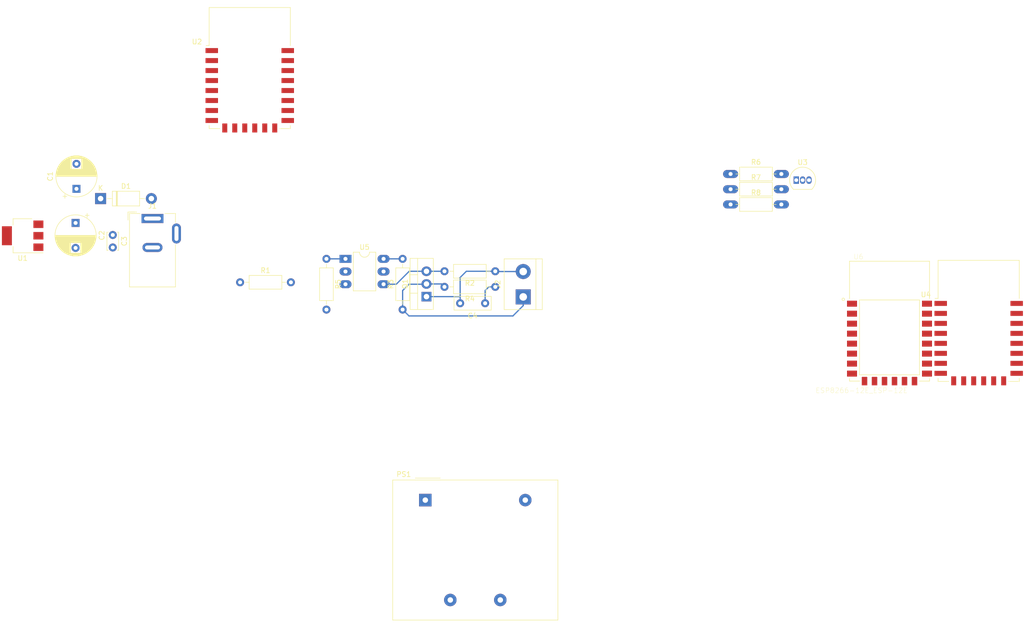
<source format=kicad_pcb>
(kicad_pcb (version 20171130) (host pcbnew "(5.0.1)-3")

  (general
    (thickness 1.6)
    (drawings 0)
    (tracks 31)
    (zones 0)
    (modules 23)
    (nets 83)
  )

  (page A4)
  (layers
    (0 F.Cu signal)
    (31 B.Cu signal)
    (32 B.Adhes user)
    (33 F.Adhes user)
    (34 B.Paste user)
    (35 F.Paste user)
    (36 B.SilkS user)
    (37 F.SilkS user)
    (38 B.Mask user)
    (39 F.Mask user)
    (40 Dwgs.User user)
    (41 Cmts.User user)
    (42 Eco1.User user)
    (43 Eco2.User user)
    (44 Edge.Cuts user)
    (45 Margin user)
    (46 B.CrtYd user)
    (47 F.CrtYd user)
    (48 B.Fab user)
    (49 F.Fab user)
  )

  (setup
    (last_trace_width 0.25)
    (trace_clearance 0.2)
    (zone_clearance 0.508)
    (zone_45_only no)
    (trace_min 0.2)
    (segment_width 0.2)
    (edge_width 0.15)
    (via_size 0.8)
    (via_drill 0.4)
    (via_min_size 0.4)
    (via_min_drill 0.3)
    (uvia_size 0.3)
    (uvia_drill 0.1)
    (uvias_allowed no)
    (uvia_min_size 0.2)
    (uvia_min_drill 0.1)
    (pcb_text_width 0.3)
    (pcb_text_size 1.5 1.5)
    (mod_edge_width 0.15)
    (mod_text_size 1 1)
    (mod_text_width 0.15)
    (pad_size 1.524 1.524)
    (pad_drill 0.762)
    (pad_to_mask_clearance 0.051)
    (solder_mask_min_width 0.25)
    (aux_axis_origin 0 0)
    (visible_elements 7FFFFFFF)
    (pcbplotparams
      (layerselection 0x010fc_ffffffff)
      (usegerberextensions false)
      (usegerberattributes false)
      (usegerberadvancedattributes false)
      (creategerberjobfile false)
      (excludeedgelayer true)
      (linewidth 0.100000)
      (plotframeref false)
      (viasonmask false)
      (mode 1)
      (useauxorigin false)
      (hpglpennumber 1)
      (hpglpenspeed 20)
      (hpglpendiameter 15.000000)
      (psnegative false)
      (psa4output false)
      (plotreference true)
      (plotvalue true)
      (plotinvisibletext false)
      (padsonsilk false)
      (subtractmaskfromsilk false)
      (outputformat 1)
      (mirror false)
      (drillshape 1)
      (scaleselection 1)
      (outputdirectory ""))
  )

  (net 0 "")
  (net 1 +3V3)
  (net 2 +5V)
  (net 3 GND)
  (net 4 "Net-(U2-Pad2)")
  (net 5 "Net-(U2-Pad3)")
  (net 6 "Net-(U2-Pad4)")
  (net 7 "Net-(U2-Pad5)")
  (net 8 "Net-(U2-Pad6)")
  (net 9 "Net-(U2-Pad7)")
  (net 10 "Net-(U2-Pad9)")
  (net 11 "Net-(U2-Pad10)")
  (net 12 "Net-(U2-Pad11)")
  (net 13 "Net-(U2-Pad12)")
  (net 14 "Net-(U2-Pad13)")
  (net 15 "Net-(U2-Pad14)")
  (net 16 "Net-(U2-Pad17)")
  (net 17 "Net-(U2-Pad19)")
  (net 18 "Net-(U2-Pad20)")
  (net 19 "Net-(U2-Pad21)")
  (net 20 "Net-(U2-Pad22)")
  (net 21 "Net-(D1-Pad2)")
  (net 22 "Net-(R1-Pad2)")
  (net 23 "Net-(C4-Pad1)")
  (net 24 "Net-(C4-Pad2)")
  (net 25 "Net-(J2-Pad1)")
  (net 26 "Net-(Q1-Pad3)")
  (net 27 "Net-(R3-Pad2)")
  (net 28 pompa)
  (net 29 "Net-(R5-Pad1)")
  (net 30 "Net-(U5-Pad5)")
  (net 31 "Net-(U5-Pad3)")
  (net 32 temp)
  (net 33 "Net-(R7-Pad2)")
  (net 34 "Net-(R8-Pad1)")
  (net 35 "Net-(U4-Pad1)")
  (net 36 "Net-(U4-Pad2)")
  (net 37 "Net-(U4-Pad3)")
  (net 38 "Net-(U4-Pad4)")
  (net 39 "Net-(U4-Pad5)")
  (net 40 "Net-(U4-Pad6)")
  (net 41 "Net-(U4-Pad7)")
  (net 42 "Net-(U4-Pad8)")
  (net 43 "Net-(U4-Pad9)")
  (net 44 "Net-(U4-Pad10)")
  (net 45 "Net-(U4-Pad11)")
  (net 46 "Net-(U4-Pad12)")
  (net 47 "Net-(U4-Pad13)")
  (net 48 "Net-(U4-Pad14)")
  (net 49 "Net-(U4-Pad15)")
  (net 50 "Net-(U4-Pad16)")
  (net 51 "Net-(U4-Pad17)")
  (net 52 "Net-(U4-Pad18)")
  (net 53 "Net-(U4-Pad19)")
  (net 54 "Net-(U4-Pad20)")
  (net 55 "Net-(U4-Pad21)")
  (net 56 "Net-(U4-Pad22)")
  (net 57 "Net-(U6-Pad1)")
  (net 58 "Net-(U6-Pad2)")
  (net 59 "Net-(U6-Pad3)")
  (net 60 "Net-(U6-Pad4)")
  (net 61 "Net-(U6-Pad5)")
  (net 62 "Net-(U6-Pad6)")
  (net 63 "Net-(U6-Pad7)")
  (net 64 "Net-(U6-Pad8)")
  (net 65 "Net-(U6-Pad15)")
  (net 66 "Net-(U6-Pad16)")
  (net 67 "Net-(U6-Pad17)")
  (net 68 "Net-(U6-Pad18)")
  (net 69 "Net-(U6-Pad19)")
  (net 70 "Net-(U6-Pad20)")
  (net 71 "Net-(U6-Pad21)")
  (net 72 "Net-(U6-Pad22)")
  (net 73 "Net-(U6-Pad9)")
  (net 74 "Net-(U6-Pad10)")
  (net 75 "Net-(U6-Pad11)")
  (net 76 "Net-(U6-Pad12)")
  (net 77 "Net-(U6-Pad13)")
  (net 78 "Net-(U6-Pad14)")
  (net 79 "Net-(PS1-Pad5)")
  (net 80 "Net-(PS1-Pad1)")
  (net 81 "Net-(PS1-Pad7)")
  (net 82 "Net-(PS1-Pad9)")

  (net_class Default "This is the default net class."
    (clearance 0.2)
    (trace_width 0.25)
    (via_dia 0.8)
    (via_drill 0.4)
    (uvia_dia 0.3)
    (uvia_drill 0.1)
    (add_net +3V3)
    (add_net +5V)
    (add_net GND)
    (add_net "Net-(C4-Pad1)")
    (add_net "Net-(C4-Pad2)")
    (add_net "Net-(D1-Pad2)")
    (add_net "Net-(J2-Pad1)")
    (add_net "Net-(PS1-Pad1)")
    (add_net "Net-(PS1-Pad5)")
    (add_net "Net-(PS1-Pad7)")
    (add_net "Net-(PS1-Pad9)")
    (add_net "Net-(Q1-Pad3)")
    (add_net "Net-(R1-Pad2)")
    (add_net "Net-(R3-Pad2)")
    (add_net "Net-(R5-Pad1)")
    (add_net "Net-(R7-Pad2)")
    (add_net "Net-(R8-Pad1)")
    (add_net "Net-(U2-Pad10)")
    (add_net "Net-(U2-Pad11)")
    (add_net "Net-(U2-Pad12)")
    (add_net "Net-(U2-Pad13)")
    (add_net "Net-(U2-Pad14)")
    (add_net "Net-(U2-Pad17)")
    (add_net "Net-(U2-Pad19)")
    (add_net "Net-(U2-Pad2)")
    (add_net "Net-(U2-Pad20)")
    (add_net "Net-(U2-Pad21)")
    (add_net "Net-(U2-Pad22)")
    (add_net "Net-(U2-Pad3)")
    (add_net "Net-(U2-Pad4)")
    (add_net "Net-(U2-Pad5)")
    (add_net "Net-(U2-Pad6)")
    (add_net "Net-(U2-Pad7)")
    (add_net "Net-(U2-Pad9)")
    (add_net "Net-(U4-Pad1)")
    (add_net "Net-(U4-Pad10)")
    (add_net "Net-(U4-Pad11)")
    (add_net "Net-(U4-Pad12)")
    (add_net "Net-(U4-Pad13)")
    (add_net "Net-(U4-Pad14)")
    (add_net "Net-(U4-Pad15)")
    (add_net "Net-(U4-Pad16)")
    (add_net "Net-(U4-Pad17)")
    (add_net "Net-(U4-Pad18)")
    (add_net "Net-(U4-Pad19)")
    (add_net "Net-(U4-Pad2)")
    (add_net "Net-(U4-Pad20)")
    (add_net "Net-(U4-Pad21)")
    (add_net "Net-(U4-Pad22)")
    (add_net "Net-(U4-Pad3)")
    (add_net "Net-(U4-Pad4)")
    (add_net "Net-(U4-Pad5)")
    (add_net "Net-(U4-Pad6)")
    (add_net "Net-(U4-Pad7)")
    (add_net "Net-(U4-Pad8)")
    (add_net "Net-(U4-Pad9)")
    (add_net "Net-(U5-Pad3)")
    (add_net "Net-(U5-Pad5)")
    (add_net "Net-(U6-Pad1)")
    (add_net "Net-(U6-Pad10)")
    (add_net "Net-(U6-Pad11)")
    (add_net "Net-(U6-Pad12)")
    (add_net "Net-(U6-Pad13)")
    (add_net "Net-(U6-Pad14)")
    (add_net "Net-(U6-Pad15)")
    (add_net "Net-(U6-Pad16)")
    (add_net "Net-(U6-Pad17)")
    (add_net "Net-(U6-Pad18)")
    (add_net "Net-(U6-Pad19)")
    (add_net "Net-(U6-Pad2)")
    (add_net "Net-(U6-Pad20)")
    (add_net "Net-(U6-Pad21)")
    (add_net "Net-(U6-Pad22)")
    (add_net "Net-(U6-Pad3)")
    (add_net "Net-(U6-Pad4)")
    (add_net "Net-(U6-Pad5)")
    (add_net "Net-(U6-Pad6)")
    (add_net "Net-(U6-Pad7)")
    (add_net "Net-(U6-Pad8)")
    (add_net "Net-(U6-Pad9)")
    (add_net pompa)
    (add_net temp)
  )

  (module Package_TO_SOT_SMD:SOT-223-3_TabPin2 (layer F.Cu) (tedit 5A02FF57) (tstamp 5DC60305)
    (at 24.306843 51.255182 180)
    (descr "module CMS SOT223 4 pins")
    (tags "CMS SOT")
    (path /5DC604A3)
    (attr smd)
    (fp_text reference U1 (at 0 -4.5 180) (layer F.SilkS)
      (effects (font (size 1 1) (thickness 0.15)))
    )
    (fp_text value AP1117-33 (at 0 4.5 180) (layer F.Fab)
      (effects (font (size 1 1) (thickness 0.15)))
    )
    (fp_text user %R (at 0 0 270) (layer F.Fab)
      (effects (font (size 0.8 0.8) (thickness 0.12)))
    )
    (fp_line (start 1.91 3.41) (end 1.91 2.15) (layer F.SilkS) (width 0.12))
    (fp_line (start 1.91 -3.41) (end 1.91 -2.15) (layer F.SilkS) (width 0.12))
    (fp_line (start 4.4 -3.6) (end -4.4 -3.6) (layer F.CrtYd) (width 0.05))
    (fp_line (start 4.4 3.6) (end 4.4 -3.6) (layer F.CrtYd) (width 0.05))
    (fp_line (start -4.4 3.6) (end 4.4 3.6) (layer F.CrtYd) (width 0.05))
    (fp_line (start -4.4 -3.6) (end -4.4 3.6) (layer F.CrtYd) (width 0.05))
    (fp_line (start -1.85 -2.35) (end -0.85 -3.35) (layer F.Fab) (width 0.1))
    (fp_line (start -1.85 -2.35) (end -1.85 3.35) (layer F.Fab) (width 0.1))
    (fp_line (start -1.85 3.41) (end 1.91 3.41) (layer F.SilkS) (width 0.12))
    (fp_line (start -0.85 -3.35) (end 1.85 -3.35) (layer F.Fab) (width 0.1))
    (fp_line (start -4.1 -3.41) (end 1.91 -3.41) (layer F.SilkS) (width 0.12))
    (fp_line (start -1.85 3.35) (end 1.85 3.35) (layer F.Fab) (width 0.1))
    (fp_line (start 1.85 -3.35) (end 1.85 3.35) (layer F.Fab) (width 0.1))
    (pad 2 smd rect (at 3.15 0 180) (size 2 3.8) (layers F.Cu F.Paste F.Mask)
      (net 1 +3V3))
    (pad 2 smd rect (at -3.15 0 180) (size 2 1.5) (layers F.Cu F.Paste F.Mask)
      (net 1 +3V3))
    (pad 3 smd rect (at -3.15 2.3 180) (size 2 1.5) (layers F.Cu F.Paste F.Mask)
      (net 2 +5V))
    (pad 1 smd rect (at -3.15 -2.3 180) (size 2 1.5) (layers F.Cu F.Paste F.Mask)
      (net 3 GND))
    (model ${KISYS3DMOD}/Package_TO_SOT_SMD.3dshapes/SOT-223.wrl
      (at (xyz 0 0 0))
      (scale (xyz 1 1 1))
      (rotate (xyz 0 0 0))
    )
    (model C:/Users/ANUNG/Desktop/grabcad/AMS1117.stp
      (at (xyz 0 0 0))
      (scale (xyz 1 1 1))
      (rotate (xyz 0 0 90))
    )
  )

  (module Capacitor_THT:CP_Radial_D8.0mm_P5.00mm (layer F.Cu) (tedit 5AE50EF0) (tstamp 5DD2A99F)
    (at 34.898226 48.689883 270)
    (descr "CP, Radial series, Radial, pin pitch=5.00mm, , diameter=8mm, Electrolytic Capacitor")
    (tags "CP Radial series Radial pin pitch 5.00mm  diameter 8mm Electrolytic Capacitor")
    (path /5DC6090B)
    (fp_text reference C2 (at 2.5 -5.25 270) (layer F.SilkS)
      (effects (font (size 1 1) (thickness 0.15)))
    )
    (fp_text value 100uF/16v (at 2.5 5.25 270) (layer F.Fab)
      (effects (font (size 1 1) (thickness 0.15)))
    )
    (fp_circle (center 2.5 0) (end 6.5 0) (layer F.Fab) (width 0.1))
    (fp_circle (center 2.5 0) (end 6.62 0) (layer F.SilkS) (width 0.12))
    (fp_circle (center 2.5 0) (end 6.75 0) (layer F.CrtYd) (width 0.05))
    (fp_line (start -0.926759 -1.7475) (end -0.126759 -1.7475) (layer F.Fab) (width 0.1))
    (fp_line (start -0.526759 -2.1475) (end -0.526759 -1.3475) (layer F.Fab) (width 0.1))
    (fp_line (start 2.5 -4.08) (end 2.5 4.08) (layer F.SilkS) (width 0.12))
    (fp_line (start 2.54 -4.08) (end 2.54 4.08) (layer F.SilkS) (width 0.12))
    (fp_line (start 2.58 -4.08) (end 2.58 4.08) (layer F.SilkS) (width 0.12))
    (fp_line (start 2.62 -4.079) (end 2.62 4.079) (layer F.SilkS) (width 0.12))
    (fp_line (start 2.66 -4.077) (end 2.66 4.077) (layer F.SilkS) (width 0.12))
    (fp_line (start 2.7 -4.076) (end 2.7 4.076) (layer F.SilkS) (width 0.12))
    (fp_line (start 2.74 -4.074) (end 2.74 4.074) (layer F.SilkS) (width 0.12))
    (fp_line (start 2.78 -4.071) (end 2.78 4.071) (layer F.SilkS) (width 0.12))
    (fp_line (start 2.82 -4.068) (end 2.82 4.068) (layer F.SilkS) (width 0.12))
    (fp_line (start 2.86 -4.065) (end 2.86 4.065) (layer F.SilkS) (width 0.12))
    (fp_line (start 2.9 -4.061) (end 2.9 4.061) (layer F.SilkS) (width 0.12))
    (fp_line (start 2.94 -4.057) (end 2.94 4.057) (layer F.SilkS) (width 0.12))
    (fp_line (start 2.98 -4.052) (end 2.98 4.052) (layer F.SilkS) (width 0.12))
    (fp_line (start 3.02 -4.048) (end 3.02 4.048) (layer F.SilkS) (width 0.12))
    (fp_line (start 3.06 -4.042) (end 3.06 4.042) (layer F.SilkS) (width 0.12))
    (fp_line (start 3.1 -4.037) (end 3.1 4.037) (layer F.SilkS) (width 0.12))
    (fp_line (start 3.14 -4.03) (end 3.14 4.03) (layer F.SilkS) (width 0.12))
    (fp_line (start 3.18 -4.024) (end 3.18 4.024) (layer F.SilkS) (width 0.12))
    (fp_line (start 3.221 -4.017) (end 3.221 4.017) (layer F.SilkS) (width 0.12))
    (fp_line (start 3.261 -4.01) (end 3.261 4.01) (layer F.SilkS) (width 0.12))
    (fp_line (start 3.301 -4.002) (end 3.301 4.002) (layer F.SilkS) (width 0.12))
    (fp_line (start 3.341 -3.994) (end 3.341 3.994) (layer F.SilkS) (width 0.12))
    (fp_line (start 3.381 -3.985) (end 3.381 3.985) (layer F.SilkS) (width 0.12))
    (fp_line (start 3.421 -3.976) (end 3.421 3.976) (layer F.SilkS) (width 0.12))
    (fp_line (start 3.461 -3.967) (end 3.461 3.967) (layer F.SilkS) (width 0.12))
    (fp_line (start 3.501 -3.957) (end 3.501 3.957) (layer F.SilkS) (width 0.12))
    (fp_line (start 3.541 -3.947) (end 3.541 3.947) (layer F.SilkS) (width 0.12))
    (fp_line (start 3.581 -3.936) (end 3.581 3.936) (layer F.SilkS) (width 0.12))
    (fp_line (start 3.621 -3.925) (end 3.621 3.925) (layer F.SilkS) (width 0.12))
    (fp_line (start 3.661 -3.914) (end 3.661 3.914) (layer F.SilkS) (width 0.12))
    (fp_line (start 3.701 -3.902) (end 3.701 3.902) (layer F.SilkS) (width 0.12))
    (fp_line (start 3.741 -3.889) (end 3.741 3.889) (layer F.SilkS) (width 0.12))
    (fp_line (start 3.781 -3.877) (end 3.781 3.877) (layer F.SilkS) (width 0.12))
    (fp_line (start 3.821 -3.863) (end 3.821 3.863) (layer F.SilkS) (width 0.12))
    (fp_line (start 3.861 -3.85) (end 3.861 3.85) (layer F.SilkS) (width 0.12))
    (fp_line (start 3.901 -3.835) (end 3.901 3.835) (layer F.SilkS) (width 0.12))
    (fp_line (start 3.941 -3.821) (end 3.941 3.821) (layer F.SilkS) (width 0.12))
    (fp_line (start 3.981 -3.805) (end 3.981 -1.04) (layer F.SilkS) (width 0.12))
    (fp_line (start 3.981 1.04) (end 3.981 3.805) (layer F.SilkS) (width 0.12))
    (fp_line (start 4.021 -3.79) (end 4.021 -1.04) (layer F.SilkS) (width 0.12))
    (fp_line (start 4.021 1.04) (end 4.021 3.79) (layer F.SilkS) (width 0.12))
    (fp_line (start 4.061 -3.774) (end 4.061 -1.04) (layer F.SilkS) (width 0.12))
    (fp_line (start 4.061 1.04) (end 4.061 3.774) (layer F.SilkS) (width 0.12))
    (fp_line (start 4.101 -3.757) (end 4.101 -1.04) (layer F.SilkS) (width 0.12))
    (fp_line (start 4.101 1.04) (end 4.101 3.757) (layer F.SilkS) (width 0.12))
    (fp_line (start 4.141 -3.74) (end 4.141 -1.04) (layer F.SilkS) (width 0.12))
    (fp_line (start 4.141 1.04) (end 4.141 3.74) (layer F.SilkS) (width 0.12))
    (fp_line (start 4.181 -3.722) (end 4.181 -1.04) (layer F.SilkS) (width 0.12))
    (fp_line (start 4.181 1.04) (end 4.181 3.722) (layer F.SilkS) (width 0.12))
    (fp_line (start 4.221 -3.704) (end 4.221 -1.04) (layer F.SilkS) (width 0.12))
    (fp_line (start 4.221 1.04) (end 4.221 3.704) (layer F.SilkS) (width 0.12))
    (fp_line (start 4.261 -3.686) (end 4.261 -1.04) (layer F.SilkS) (width 0.12))
    (fp_line (start 4.261 1.04) (end 4.261 3.686) (layer F.SilkS) (width 0.12))
    (fp_line (start 4.301 -3.666) (end 4.301 -1.04) (layer F.SilkS) (width 0.12))
    (fp_line (start 4.301 1.04) (end 4.301 3.666) (layer F.SilkS) (width 0.12))
    (fp_line (start 4.341 -3.647) (end 4.341 -1.04) (layer F.SilkS) (width 0.12))
    (fp_line (start 4.341 1.04) (end 4.341 3.647) (layer F.SilkS) (width 0.12))
    (fp_line (start 4.381 -3.627) (end 4.381 -1.04) (layer F.SilkS) (width 0.12))
    (fp_line (start 4.381 1.04) (end 4.381 3.627) (layer F.SilkS) (width 0.12))
    (fp_line (start 4.421 -3.606) (end 4.421 -1.04) (layer F.SilkS) (width 0.12))
    (fp_line (start 4.421 1.04) (end 4.421 3.606) (layer F.SilkS) (width 0.12))
    (fp_line (start 4.461 -3.584) (end 4.461 -1.04) (layer F.SilkS) (width 0.12))
    (fp_line (start 4.461 1.04) (end 4.461 3.584) (layer F.SilkS) (width 0.12))
    (fp_line (start 4.501 -3.562) (end 4.501 -1.04) (layer F.SilkS) (width 0.12))
    (fp_line (start 4.501 1.04) (end 4.501 3.562) (layer F.SilkS) (width 0.12))
    (fp_line (start 4.541 -3.54) (end 4.541 -1.04) (layer F.SilkS) (width 0.12))
    (fp_line (start 4.541 1.04) (end 4.541 3.54) (layer F.SilkS) (width 0.12))
    (fp_line (start 4.581 -3.517) (end 4.581 -1.04) (layer F.SilkS) (width 0.12))
    (fp_line (start 4.581 1.04) (end 4.581 3.517) (layer F.SilkS) (width 0.12))
    (fp_line (start 4.621 -3.493) (end 4.621 -1.04) (layer F.SilkS) (width 0.12))
    (fp_line (start 4.621 1.04) (end 4.621 3.493) (layer F.SilkS) (width 0.12))
    (fp_line (start 4.661 -3.469) (end 4.661 -1.04) (layer F.SilkS) (width 0.12))
    (fp_line (start 4.661 1.04) (end 4.661 3.469) (layer F.SilkS) (width 0.12))
    (fp_line (start 4.701 -3.444) (end 4.701 -1.04) (layer F.SilkS) (width 0.12))
    (fp_line (start 4.701 1.04) (end 4.701 3.444) (layer F.SilkS) (width 0.12))
    (fp_line (start 4.741 -3.418) (end 4.741 -1.04) (layer F.SilkS) (width 0.12))
    (fp_line (start 4.741 1.04) (end 4.741 3.418) (layer F.SilkS) (width 0.12))
    (fp_line (start 4.781 -3.392) (end 4.781 -1.04) (layer F.SilkS) (width 0.12))
    (fp_line (start 4.781 1.04) (end 4.781 3.392) (layer F.SilkS) (width 0.12))
    (fp_line (start 4.821 -3.365) (end 4.821 -1.04) (layer F.SilkS) (width 0.12))
    (fp_line (start 4.821 1.04) (end 4.821 3.365) (layer F.SilkS) (width 0.12))
    (fp_line (start 4.861 -3.338) (end 4.861 -1.04) (layer F.SilkS) (width 0.12))
    (fp_line (start 4.861 1.04) (end 4.861 3.338) (layer F.SilkS) (width 0.12))
    (fp_line (start 4.901 -3.309) (end 4.901 -1.04) (layer F.SilkS) (width 0.12))
    (fp_line (start 4.901 1.04) (end 4.901 3.309) (layer F.SilkS) (width 0.12))
    (fp_line (start 4.941 -3.28) (end 4.941 -1.04) (layer F.SilkS) (width 0.12))
    (fp_line (start 4.941 1.04) (end 4.941 3.28) (layer F.SilkS) (width 0.12))
    (fp_line (start 4.981 -3.25) (end 4.981 -1.04) (layer F.SilkS) (width 0.12))
    (fp_line (start 4.981 1.04) (end 4.981 3.25) (layer F.SilkS) (width 0.12))
    (fp_line (start 5.021 -3.22) (end 5.021 -1.04) (layer F.SilkS) (width 0.12))
    (fp_line (start 5.021 1.04) (end 5.021 3.22) (layer F.SilkS) (width 0.12))
    (fp_line (start 5.061 -3.189) (end 5.061 -1.04) (layer F.SilkS) (width 0.12))
    (fp_line (start 5.061 1.04) (end 5.061 3.189) (layer F.SilkS) (width 0.12))
    (fp_line (start 5.101 -3.156) (end 5.101 -1.04) (layer F.SilkS) (width 0.12))
    (fp_line (start 5.101 1.04) (end 5.101 3.156) (layer F.SilkS) (width 0.12))
    (fp_line (start 5.141 -3.124) (end 5.141 -1.04) (layer F.SilkS) (width 0.12))
    (fp_line (start 5.141 1.04) (end 5.141 3.124) (layer F.SilkS) (width 0.12))
    (fp_line (start 5.181 -3.09) (end 5.181 -1.04) (layer F.SilkS) (width 0.12))
    (fp_line (start 5.181 1.04) (end 5.181 3.09) (layer F.SilkS) (width 0.12))
    (fp_line (start 5.221 -3.055) (end 5.221 -1.04) (layer F.SilkS) (width 0.12))
    (fp_line (start 5.221 1.04) (end 5.221 3.055) (layer F.SilkS) (width 0.12))
    (fp_line (start 5.261 -3.019) (end 5.261 -1.04) (layer F.SilkS) (width 0.12))
    (fp_line (start 5.261 1.04) (end 5.261 3.019) (layer F.SilkS) (width 0.12))
    (fp_line (start 5.301 -2.983) (end 5.301 -1.04) (layer F.SilkS) (width 0.12))
    (fp_line (start 5.301 1.04) (end 5.301 2.983) (layer F.SilkS) (width 0.12))
    (fp_line (start 5.341 -2.945) (end 5.341 -1.04) (layer F.SilkS) (width 0.12))
    (fp_line (start 5.341 1.04) (end 5.341 2.945) (layer F.SilkS) (width 0.12))
    (fp_line (start 5.381 -2.907) (end 5.381 -1.04) (layer F.SilkS) (width 0.12))
    (fp_line (start 5.381 1.04) (end 5.381 2.907) (layer F.SilkS) (width 0.12))
    (fp_line (start 5.421 -2.867) (end 5.421 -1.04) (layer F.SilkS) (width 0.12))
    (fp_line (start 5.421 1.04) (end 5.421 2.867) (layer F.SilkS) (width 0.12))
    (fp_line (start 5.461 -2.826) (end 5.461 -1.04) (layer F.SilkS) (width 0.12))
    (fp_line (start 5.461 1.04) (end 5.461 2.826) (layer F.SilkS) (width 0.12))
    (fp_line (start 5.501 -2.784) (end 5.501 -1.04) (layer F.SilkS) (width 0.12))
    (fp_line (start 5.501 1.04) (end 5.501 2.784) (layer F.SilkS) (width 0.12))
    (fp_line (start 5.541 -2.741) (end 5.541 -1.04) (layer F.SilkS) (width 0.12))
    (fp_line (start 5.541 1.04) (end 5.541 2.741) (layer F.SilkS) (width 0.12))
    (fp_line (start 5.581 -2.697) (end 5.581 -1.04) (layer F.SilkS) (width 0.12))
    (fp_line (start 5.581 1.04) (end 5.581 2.697) (layer F.SilkS) (width 0.12))
    (fp_line (start 5.621 -2.651) (end 5.621 -1.04) (layer F.SilkS) (width 0.12))
    (fp_line (start 5.621 1.04) (end 5.621 2.651) (layer F.SilkS) (width 0.12))
    (fp_line (start 5.661 -2.604) (end 5.661 -1.04) (layer F.SilkS) (width 0.12))
    (fp_line (start 5.661 1.04) (end 5.661 2.604) (layer F.SilkS) (width 0.12))
    (fp_line (start 5.701 -2.556) (end 5.701 -1.04) (layer F.SilkS) (width 0.12))
    (fp_line (start 5.701 1.04) (end 5.701 2.556) (layer F.SilkS) (width 0.12))
    (fp_line (start 5.741 -2.505) (end 5.741 -1.04) (layer F.SilkS) (width 0.12))
    (fp_line (start 5.741 1.04) (end 5.741 2.505) (layer F.SilkS) (width 0.12))
    (fp_line (start 5.781 -2.454) (end 5.781 -1.04) (layer F.SilkS) (width 0.12))
    (fp_line (start 5.781 1.04) (end 5.781 2.454) (layer F.SilkS) (width 0.12))
    (fp_line (start 5.821 -2.4) (end 5.821 -1.04) (layer F.SilkS) (width 0.12))
    (fp_line (start 5.821 1.04) (end 5.821 2.4) (layer F.SilkS) (width 0.12))
    (fp_line (start 5.861 -2.345) (end 5.861 -1.04) (layer F.SilkS) (width 0.12))
    (fp_line (start 5.861 1.04) (end 5.861 2.345) (layer F.SilkS) (width 0.12))
    (fp_line (start 5.901 -2.287) (end 5.901 -1.04) (layer F.SilkS) (width 0.12))
    (fp_line (start 5.901 1.04) (end 5.901 2.287) (layer F.SilkS) (width 0.12))
    (fp_line (start 5.941 -2.228) (end 5.941 -1.04) (layer F.SilkS) (width 0.12))
    (fp_line (start 5.941 1.04) (end 5.941 2.228) (layer F.SilkS) (width 0.12))
    (fp_line (start 5.981 -2.166) (end 5.981 -1.04) (layer F.SilkS) (width 0.12))
    (fp_line (start 5.981 1.04) (end 5.981 2.166) (layer F.SilkS) (width 0.12))
    (fp_line (start 6.021 -2.102) (end 6.021 -1.04) (layer F.SilkS) (width 0.12))
    (fp_line (start 6.021 1.04) (end 6.021 2.102) (layer F.SilkS) (width 0.12))
    (fp_line (start 6.061 -2.034) (end 6.061 2.034) (layer F.SilkS) (width 0.12))
    (fp_line (start 6.101 -1.964) (end 6.101 1.964) (layer F.SilkS) (width 0.12))
    (fp_line (start 6.141 -1.89) (end 6.141 1.89) (layer F.SilkS) (width 0.12))
    (fp_line (start 6.181 -1.813) (end 6.181 1.813) (layer F.SilkS) (width 0.12))
    (fp_line (start 6.221 -1.731) (end 6.221 1.731) (layer F.SilkS) (width 0.12))
    (fp_line (start 6.261 -1.645) (end 6.261 1.645) (layer F.SilkS) (width 0.12))
    (fp_line (start 6.301 -1.552) (end 6.301 1.552) (layer F.SilkS) (width 0.12))
    (fp_line (start 6.341 -1.453) (end 6.341 1.453) (layer F.SilkS) (width 0.12))
    (fp_line (start 6.381 -1.346) (end 6.381 1.346) (layer F.SilkS) (width 0.12))
    (fp_line (start 6.421 -1.229) (end 6.421 1.229) (layer F.SilkS) (width 0.12))
    (fp_line (start 6.461 -1.098) (end 6.461 1.098) (layer F.SilkS) (width 0.12))
    (fp_line (start 6.501 -0.948) (end 6.501 0.948) (layer F.SilkS) (width 0.12))
    (fp_line (start 6.541 -0.768) (end 6.541 0.768) (layer F.SilkS) (width 0.12))
    (fp_line (start 6.581 -0.533) (end 6.581 0.533) (layer F.SilkS) (width 0.12))
    (fp_line (start -1.909698 -2.315) (end -1.109698 -2.315) (layer F.SilkS) (width 0.12))
    (fp_line (start -1.509698 -2.715) (end -1.509698 -1.915) (layer F.SilkS) (width 0.12))
    (fp_text user %R (at 2.5 0 270) (layer F.Fab)
      (effects (font (size 1 1) (thickness 0.15)))
    )
    (pad 1 thru_hole rect (at 0 0 270) (size 1.6 1.6) (drill 0.8) (layers *.Cu *.Mask)
      (net 1 +3V3))
    (pad 2 thru_hole circle (at 5 0 270) (size 1.6 1.6) (drill 0.8) (layers *.Cu *.Mask)
      (net 3 GND))
    (model ${KISYS3DMOD}/Capacitor_THT.3dshapes/CP_Radial_D8.0mm_P5.00mm.wrl
      (at (xyz 0 0 0))
      (scale (xyz 1 1 1))
      (rotate (xyz 0 0 0))
    )
  )

  (module Capacitor_THT:C_Disc_D3.4mm_W2.1mm_P2.50mm (layer F.Cu) (tedit 5AE50EF0) (tstamp 5DD2A9B4)
    (at 42.340133 51.102788 270)
    (descr "C, Disc series, Radial, pin pitch=2.50mm, , diameter*width=3.4*2.1mm^2, Capacitor, http://www.vishay.com/docs/45233/krseries.pdf")
    (tags "C Disc series Radial pin pitch 2.50mm  diameter 3.4mm width 2.1mm Capacitor")
    (path /5DC6098F)
    (fp_text reference C3 (at 1.25 -2.3 270) (layer F.SilkS)
      (effects (font (size 1 1) (thickness 0.15)))
    )
    (fp_text value 100nF (at 1.25 2.3 270) (layer F.Fab)
      (effects (font (size 1 1) (thickness 0.15)))
    )
    (fp_line (start -0.45 -1.05) (end -0.45 1.05) (layer F.Fab) (width 0.1))
    (fp_line (start -0.45 1.05) (end 2.95 1.05) (layer F.Fab) (width 0.1))
    (fp_line (start 2.95 1.05) (end 2.95 -1.05) (layer F.Fab) (width 0.1))
    (fp_line (start 2.95 -1.05) (end -0.45 -1.05) (layer F.Fab) (width 0.1))
    (fp_line (start -0.57 -1.17) (end 3.07 -1.17) (layer F.SilkS) (width 0.12))
    (fp_line (start -0.57 1.17) (end 3.07 1.17) (layer F.SilkS) (width 0.12))
    (fp_line (start -0.57 -1.17) (end -0.57 -0.925) (layer F.SilkS) (width 0.12))
    (fp_line (start -0.57 0.925) (end -0.57 1.17) (layer F.SilkS) (width 0.12))
    (fp_line (start 3.07 -1.17) (end 3.07 -0.925) (layer F.SilkS) (width 0.12))
    (fp_line (start 3.07 0.925) (end 3.07 1.17) (layer F.SilkS) (width 0.12))
    (fp_line (start -1.05 -1.3) (end -1.05 1.3) (layer F.CrtYd) (width 0.05))
    (fp_line (start -1.05 1.3) (end 3.55 1.3) (layer F.CrtYd) (width 0.05))
    (fp_line (start 3.55 1.3) (end 3.55 -1.3) (layer F.CrtYd) (width 0.05))
    (fp_line (start 3.55 -1.3) (end -1.05 -1.3) (layer F.CrtYd) (width 0.05))
    (fp_text user %R (at 1.25 0 270) (layer F.Fab)
      (effects (font (size 0.68 0.68) (thickness 0.102)))
    )
    (pad 1 thru_hole circle (at 0 0 270) (size 1.6 1.6) (drill 0.8) (layers *.Cu *.Mask)
      (net 1 +3V3))
    (pad 2 thru_hole circle (at 2.5 0 270) (size 1.6 1.6) (drill 0.8) (layers *.Cu *.Mask)
      (net 3 GND))
    (model ${KISYS3DMOD}/Capacitor_THT.3dshapes/C_Disc_D3.4mm_W2.1mm_P2.50mm.wrl
      (at (xyz 0 0 0))
      (scale (xyz 1 1 1))
      (rotate (xyz 0 0 0))
    )
  )

  (module Diode_THT:D_DO-41_SOD81_P10.16mm_Horizontal (layer F.Cu) (tedit 5AE50CD5) (tstamp 5DD2A9D3)
    (at 39.901829 43.813275)
    (descr "Diode, DO-41_SOD81 series, Axial, Horizontal, pin pitch=10.16mm, , length*diameter=5.2*2.7mm^2, , http://www.diodes.com/_files/packages/DO-41%20(Plastic).pdf")
    (tags "Diode DO-41_SOD81 series Axial Horizontal pin pitch 10.16mm  length 5.2mm diameter 2.7mm")
    (path /5DC606C5)
    (fp_text reference D1 (at 5.08 -2.47) (layer F.SilkS)
      (effects (font (size 1 1) (thickness 0.15)))
    )
    (fp_text value 1n4002 (at 5.08 2.47) (layer F.Fab)
      (effects (font (size 1 1) (thickness 0.15)))
    )
    (fp_line (start 2.48 -1.35) (end 2.48 1.35) (layer F.Fab) (width 0.1))
    (fp_line (start 2.48 1.35) (end 7.68 1.35) (layer F.Fab) (width 0.1))
    (fp_line (start 7.68 1.35) (end 7.68 -1.35) (layer F.Fab) (width 0.1))
    (fp_line (start 7.68 -1.35) (end 2.48 -1.35) (layer F.Fab) (width 0.1))
    (fp_line (start 0 0) (end 2.48 0) (layer F.Fab) (width 0.1))
    (fp_line (start 10.16 0) (end 7.68 0) (layer F.Fab) (width 0.1))
    (fp_line (start 3.26 -1.35) (end 3.26 1.35) (layer F.Fab) (width 0.1))
    (fp_line (start 3.36 -1.35) (end 3.36 1.35) (layer F.Fab) (width 0.1))
    (fp_line (start 3.16 -1.35) (end 3.16 1.35) (layer F.Fab) (width 0.1))
    (fp_line (start 2.36 -1.47) (end 2.36 1.47) (layer F.SilkS) (width 0.12))
    (fp_line (start 2.36 1.47) (end 7.8 1.47) (layer F.SilkS) (width 0.12))
    (fp_line (start 7.8 1.47) (end 7.8 -1.47) (layer F.SilkS) (width 0.12))
    (fp_line (start 7.8 -1.47) (end 2.36 -1.47) (layer F.SilkS) (width 0.12))
    (fp_line (start 1.34 0) (end 2.36 0) (layer F.SilkS) (width 0.12))
    (fp_line (start 8.82 0) (end 7.8 0) (layer F.SilkS) (width 0.12))
    (fp_line (start 3.26 -1.47) (end 3.26 1.47) (layer F.SilkS) (width 0.12))
    (fp_line (start 3.38 -1.47) (end 3.38 1.47) (layer F.SilkS) (width 0.12))
    (fp_line (start 3.14 -1.47) (end 3.14 1.47) (layer F.SilkS) (width 0.12))
    (fp_line (start -1.35 -1.6) (end -1.35 1.6) (layer F.CrtYd) (width 0.05))
    (fp_line (start -1.35 1.6) (end 11.51 1.6) (layer F.CrtYd) (width 0.05))
    (fp_line (start 11.51 1.6) (end 11.51 -1.6) (layer F.CrtYd) (width 0.05))
    (fp_line (start 11.51 -1.6) (end -1.35 -1.6) (layer F.CrtYd) (width 0.05))
    (fp_text user %R (at 3.60496 3.607193) (layer F.Fab)
      (effects (font (size 1 1) (thickness 0.15)))
    )
    (fp_text user K (at 0 -2.1) (layer F.Fab)
      (effects (font (size 1 1) (thickness 0.15)))
    )
    (fp_text user K (at 0 -2.1) (layer F.SilkS)
      (effects (font (size 1 1) (thickness 0.15)))
    )
    (pad 1 thru_hole rect (at 0 0) (size 2.2 2.2) (drill 1.1) (layers *.Cu *.Mask)
      (net 2 +5V))
    (pad 2 thru_hole oval (at 10.16 0) (size 2.2 2.2) (drill 1.1) (layers *.Cu *.Mask)
      (net 21 "Net-(D1-Pad2)"))
    (model ${KISYS3DMOD}/Diode_THT.3dshapes/D_DO-41_SOD81_P10.16mm_Horizontal.wrl
      (at (xyz 0 0 0))
      (scale (xyz 1 1 1))
      (rotate (xyz 0 0 0))
    )
  )

  (module Connector_BarrelJack:BarrelJack_Wuerth_6941xx301002 (layer F.Cu) (tedit 5B191DE1) (tstamp 5DD2A9F0)
    (at 50.286019 47.803575)
    (descr "Wuerth electronics barrel jack connector (5.5mm outher diameter, inner diameter 2.05mm or 2.55mm depending on exact order number), See: http://katalog.we-online.de/em/datasheet/6941xx301002.pdf")
    (tags "connector barrel jack")
    (path /5DC60418)
    (fp_text reference J1 (at 0 -2.5) (layer F.SilkS)
      (effects (font (size 1 1) (thickness 0.15)))
    )
    (fp_text value Jack-DC (at 0 15.5) (layer F.Fab)
      (effects (font (size 1 1) (thickness 0.15)))
    )
    (fp_line (start 5 14.1) (end 5 5.5) (layer F.CrtYd) (width 0.05))
    (fp_line (start 4.6 5.2) (end 4.6 13.7) (layer F.SilkS) (width 0.12))
    (fp_line (start -4.5 0.1) (end -3.5 -0.9) (layer F.Fab) (width 0.1))
    (fp_line (start 4.5 -0.9) (end -3.5 -0.9) (layer F.Fab) (width 0.1))
    (fp_line (start 4.5 -0.9) (end 4.5 13.6) (layer F.Fab) (width 0.1))
    (fp_line (start 4.5 13.6) (end -4.5 13.6) (layer F.Fab) (width 0.1))
    (fp_line (start -4.5 13.6) (end -4.5 0.1) (layer F.Fab) (width 0.1))
    (fp_text user %R (at 0 7.5) (layer F.Fab)
      (effects (font (size 1 1) (thickness 0.15)))
    )
    (fp_line (start 4.6 13.7) (end -4.6 13.7) (layer F.SilkS) (width 0.12))
    (fp_line (start -4.6 13.7) (end -4.6 -1) (layer F.SilkS) (width 0.12))
    (fp_line (start 2.5 -1) (end 4.6 -1) (layer F.SilkS) (width 0.12))
    (fp_line (start 4.6 -1) (end 4.6 0.8) (layer F.SilkS) (width 0.12))
    (fp_line (start -3.2 -1.3) (end -4.9 -1.3) (layer F.SilkS) (width 0.12))
    (fp_line (start -4.9 -1.3) (end -4.9 0.3) (layer F.SilkS) (width 0.12))
    (fp_line (start 5 -1.4) (end -5 -1.4) (layer F.CrtYd) (width 0.05))
    (fp_line (start -5 -1.4) (end -5 14.1) (layer F.CrtYd) (width 0.05))
    (fp_line (start -5 14.1) (end 5 14.1) (layer F.CrtYd) (width 0.05))
    (fp_line (start 5 0.5) (end 5 -1.4) (layer F.CrtYd) (width 0.05))
    (fp_line (start 6.2 0.5) (end 6.2 5.5) (layer F.CrtYd) (width 0.05))
    (fp_line (start 6.2 5.5) (end 5 5.5) (layer F.CrtYd) (width 0.05))
    (fp_line (start 6.2 0.5) (end 5 0.5) (layer F.CrtYd) (width 0.05))
    (fp_line (start -4.6 -1) (end -2.5 -1) (layer F.SilkS) (width 0.12))
    (pad 3 thru_hole oval (at 4.8 3 90) (size 4 1.8) (drill oval 3 0.8) (layers *.Cu *.Mask))
    (pad 2 thru_hole oval (at 0 5.8) (size 4 1.8) (drill oval 3 0.8) (layers *.Cu *.Mask)
      (net 3 GND))
    (pad 1 thru_hole rect (at 0 0) (size 4.4 1.8) (drill oval 3.4 0.8) (layers *.Cu *.Mask)
      (net 21 "Net-(D1-Pad2)"))
    (model ${KISYS3DMOD}/Connector_BarrelJack.3dshapes/BarrelJack_Wuerth_6941xx301002.wrl
      (at (xyz 0 0 0))
      (scale (xyz 1 1 1))
      (rotate (xyz 0 0 0))
    )
    (model "C:/Users/ANUNG/Desktop/grabcad/DC Jack.STEP"
      (offset (xyz -0.1 -13.5 5.5))
      (scale (xyz 1 1 1))
      (rotate (xyz -90 0 0))
    )
  )

  (module Resistor_THT:R_Axial_DIN0207_L6.3mm_D2.5mm_P10.16mm_Horizontal (layer F.Cu) (tedit 5AE5139B) (tstamp 5DD2AA07)
    (at 67.81533 60.576615)
    (descr "Resistor, Axial_DIN0207 series, Axial, Horizontal, pin pitch=10.16mm, 0.25W = 1/4W, length*diameter=6.3*2.5mm^2, http://cdn-reichelt.de/documents/datenblatt/B400/1_4W%23YAG.pdf")
    (tags "Resistor Axial_DIN0207 series Axial Horizontal pin pitch 10.16mm 0.25W = 1/4W length 6.3mm diameter 2.5mm")
    (path /5DC5FCE4)
    (fp_text reference R1 (at 5.08 -2.37) (layer F.SilkS)
      (effects (font (size 1 1) (thickness 0.15)))
    )
    (fp_text value 10k (at 5.08 2.37) (layer F.Fab)
      (effects (font (size 1 1) (thickness 0.15)))
    )
    (fp_line (start 1.93 -1.25) (end 1.93 1.25) (layer F.Fab) (width 0.1))
    (fp_line (start 1.93 1.25) (end 8.23 1.25) (layer F.Fab) (width 0.1))
    (fp_line (start 8.23 1.25) (end 8.23 -1.25) (layer F.Fab) (width 0.1))
    (fp_line (start 8.23 -1.25) (end 1.93 -1.25) (layer F.Fab) (width 0.1))
    (fp_line (start 0 0) (end 1.93 0) (layer F.Fab) (width 0.1))
    (fp_line (start 10.16 0) (end 8.23 0) (layer F.Fab) (width 0.1))
    (fp_line (start 1.81 -1.37) (end 1.81 1.37) (layer F.SilkS) (width 0.12))
    (fp_line (start 1.81 1.37) (end 8.35 1.37) (layer F.SilkS) (width 0.12))
    (fp_line (start 8.35 1.37) (end 8.35 -1.37) (layer F.SilkS) (width 0.12))
    (fp_line (start 8.35 -1.37) (end 1.81 -1.37) (layer F.SilkS) (width 0.12))
    (fp_line (start 1.04 0) (end 1.81 0) (layer F.SilkS) (width 0.12))
    (fp_line (start 9.12 0) (end 8.35 0) (layer F.SilkS) (width 0.12))
    (fp_line (start -1.05 -1.5) (end -1.05 1.5) (layer F.CrtYd) (width 0.05))
    (fp_line (start -1.05 1.5) (end 11.21 1.5) (layer F.CrtYd) (width 0.05))
    (fp_line (start 11.21 1.5) (end 11.21 -1.5) (layer F.CrtYd) (width 0.05))
    (fp_line (start 11.21 -1.5) (end -1.05 -1.5) (layer F.CrtYd) (width 0.05))
    (fp_text user %R (at 5.08 0) (layer F.Fab)
      (effects (font (size 1 1) (thickness 0.15)))
    )
    (pad 1 thru_hole circle (at 0 0) (size 1.6 1.6) (drill 0.8) (layers *.Cu *.Mask)
      (net 1 +3V3))
    (pad 2 thru_hole oval (at 10.16 0) (size 1.6 1.6) (drill 0.8) (layers *.Cu *.Mask)
      (net 22 "Net-(R1-Pad2)"))
    (model ${KISYS3DMOD}/Resistor_THT.3dshapes/R_Axial_DIN0207_L6.3mm_D2.5mm_P10.16mm_Horizontal.wrl
      (at (xyz 0 0 0))
      (scale (xyz 1 1 1))
      (rotate (xyz 0 0 0))
    )
  )

  (module RF_Module:ESP-12E (layer F.Cu) (tedit 5A030172) (tstamp 5DD2AD11)
    (at 69.745654 17.677704)
    (descr "Wi-Fi Module, http://wiki.ai-thinker.com/_media/esp8266/docs/aithinker_esp_12f_datasheet_en.pdf")
    (tags "Wi-Fi Module")
    (path /5DC61176)
    (attr smd)
    (fp_text reference U2 (at -10.56 -5.26) (layer F.SilkS)
      (effects (font (size 1 1) (thickness 0.15)))
    )
    (fp_text value ESP-12E (at -0.06 -12.78) (layer F.Fab)
      (effects (font (size 1 1) (thickness 0.15)))
    )
    (fp_text user Antenna (at -0.06 -7 180) (layer Cmts.User)
      (effects (font (size 1 1) (thickness 0.15)))
    )
    (fp_text user "KEEP-OUT ZONE" (at 0.03 -9.55 180) (layer Cmts.User)
      (effects (font (size 1 1) (thickness 0.15)))
    )
    (fp_text user %R (at 0.49 -0.8) (layer F.Fab)
      (effects (font (size 1 1) (thickness 0.15)))
    )
    (fp_line (start -8 -12) (end 8 -12) (layer F.Fab) (width 0.12))
    (fp_line (start 8 -12) (end 8 12) (layer F.Fab) (width 0.12))
    (fp_line (start 8 12) (end -8 12) (layer F.Fab) (width 0.12))
    (fp_line (start -8 12) (end -8 -3) (layer F.Fab) (width 0.12))
    (fp_line (start -8 -3) (end -7.5 -3.5) (layer F.Fab) (width 0.12))
    (fp_line (start -7.5 -3.5) (end -8 -4) (layer F.Fab) (width 0.12))
    (fp_line (start -8 -4) (end -8 -12) (layer F.Fab) (width 0.12))
    (fp_line (start -9.05 -12.2) (end 9.05 -12.2) (layer F.CrtYd) (width 0.05))
    (fp_line (start 9.05 -12.2) (end 9.05 13.1) (layer F.CrtYd) (width 0.05))
    (fp_line (start 9.05 13.1) (end -9.05 13.1) (layer F.CrtYd) (width 0.05))
    (fp_line (start -9.05 13.1) (end -9.05 -12.2) (layer F.CrtYd) (width 0.05))
    (fp_line (start -8.12 -12.12) (end 8.12 -12.12) (layer F.SilkS) (width 0.12))
    (fp_line (start 8.12 -12.12) (end 8.12 -4.5) (layer F.SilkS) (width 0.12))
    (fp_line (start 8.12 11.5) (end 8.12 12.12) (layer F.SilkS) (width 0.12))
    (fp_line (start 8.12 12.12) (end 6 12.12) (layer F.SilkS) (width 0.12))
    (fp_line (start -6 12.12) (end -8.12 12.12) (layer F.SilkS) (width 0.12))
    (fp_line (start -8.12 12.12) (end -8.12 11.5) (layer F.SilkS) (width 0.12))
    (fp_line (start -8.12 -4.5) (end -8.12 -12.12) (layer F.SilkS) (width 0.12))
    (fp_line (start -8.12 -4.5) (end -8.73 -4.5) (layer F.SilkS) (width 0.12))
    (fp_line (start -8.12 -12.12) (end 8.12 -12.12) (layer Dwgs.User) (width 0.12))
    (fp_line (start 8.12 -12.12) (end 8.12 -4.8) (layer Dwgs.User) (width 0.12))
    (fp_line (start 8.12 -4.8) (end -8.12 -4.8) (layer Dwgs.User) (width 0.12))
    (fp_line (start -8.12 -4.8) (end -8.12 -12.12) (layer Dwgs.User) (width 0.12))
    (fp_line (start -8.12 -9.12) (end -5.12 -12.12) (layer Dwgs.User) (width 0.12))
    (fp_line (start -8.12 -6.12) (end -2.12 -12.12) (layer Dwgs.User) (width 0.12))
    (fp_line (start -6.44 -4.8) (end 0.88 -12.12) (layer Dwgs.User) (width 0.12))
    (fp_line (start -3.44 -4.8) (end 3.88 -12.12) (layer Dwgs.User) (width 0.12))
    (fp_line (start -0.44 -4.8) (end 6.88 -12.12) (layer Dwgs.User) (width 0.12))
    (fp_line (start 2.56 -4.8) (end 8.12 -10.36) (layer Dwgs.User) (width 0.12))
    (fp_line (start 5.56 -4.8) (end 8.12 -7.36) (layer Dwgs.User) (width 0.12))
    (pad 1 smd rect (at -7.6 -3.5) (size 2.5 1) (layers F.Cu F.Paste F.Mask)
      (net 22 "Net-(R1-Pad2)"))
    (pad 2 smd rect (at -7.6 -1.5) (size 2.5 1) (layers F.Cu F.Paste F.Mask)
      (net 4 "Net-(U2-Pad2)"))
    (pad 3 smd rect (at -7.6 0.5) (size 2.5 1) (layers F.Cu F.Paste F.Mask)
      (net 5 "Net-(U2-Pad3)"))
    (pad 4 smd rect (at -7.6 2.5) (size 2.5 1) (layers F.Cu F.Paste F.Mask)
      (net 6 "Net-(U2-Pad4)"))
    (pad 5 smd rect (at -7.6 4.5) (size 2.5 1) (layers F.Cu F.Paste F.Mask)
      (net 7 "Net-(U2-Pad5)"))
    (pad 6 smd rect (at -7.6 6.5) (size 2.5 1) (layers F.Cu F.Paste F.Mask)
      (net 8 "Net-(U2-Pad6)"))
    (pad 7 smd rect (at -7.6 8.5) (size 2.5 1) (layers F.Cu F.Paste F.Mask)
      (net 9 "Net-(U2-Pad7)"))
    (pad 8 smd rect (at -7.6 10.5) (size 2.5 1) (layers F.Cu F.Paste F.Mask)
      (net 1 +3V3))
    (pad 9 smd rect (at -5 12) (size 1 1.8) (layers F.Cu F.Paste F.Mask)
      (net 10 "Net-(U2-Pad9)"))
    (pad 10 smd rect (at -3 12) (size 1 1.8) (layers F.Cu F.Paste F.Mask)
      (net 11 "Net-(U2-Pad10)"))
    (pad 11 smd rect (at -1 12) (size 1 1.8) (layers F.Cu F.Paste F.Mask)
      (net 12 "Net-(U2-Pad11)"))
    (pad 12 smd rect (at 1 12) (size 1 1.8) (layers F.Cu F.Paste F.Mask)
      (net 13 "Net-(U2-Pad12)"))
    (pad 13 smd rect (at 3 12) (size 1 1.8) (layers F.Cu F.Paste F.Mask)
      (net 14 "Net-(U2-Pad13)"))
    (pad 14 smd rect (at 5 12) (size 1 1.8) (layers F.Cu F.Paste F.Mask)
      (net 15 "Net-(U2-Pad14)"))
    (pad 15 smd rect (at 7.6 10.5) (size 2.5 1) (layers F.Cu F.Paste F.Mask)
      (net 3 GND))
    (pad 16 smd rect (at 7.6 8.5) (size 2.5 1) (layers F.Cu F.Paste F.Mask)
      (net 34 "Net-(R8-Pad1)"))
    (pad 17 smd rect (at 7.6 6.5) (size 2.5 1) (layers F.Cu F.Paste F.Mask)
      (net 16 "Net-(U2-Pad17)"))
    (pad 18 smd rect (at 7.6 4.5) (size 2.5 1) (layers F.Cu F.Paste F.Mask)
      (net 33 "Net-(R7-Pad2)"))
    (pad 19 smd rect (at 7.6 2.5) (size 2.5 1) (layers F.Cu F.Paste F.Mask)
      (net 17 "Net-(U2-Pad19)"))
    (pad 20 smd rect (at 7.6 0.5) (size 2.5 1) (layers F.Cu F.Paste F.Mask)
      (net 18 "Net-(U2-Pad20)"))
    (pad 21 smd rect (at 7.6 -1.5) (size 2.5 1) (layers F.Cu F.Paste F.Mask)
      (net 19 "Net-(U2-Pad21)"))
    (pad 22 smd rect (at 7.6 -3.5) (size 2.5 1) (layers F.Cu F.Paste F.Mask)
      (net 20 "Net-(U2-Pad22)"))
    (model ${KISYS3DMOD}/RF_Module.3dshapes/ESP-12E.wrl
      (at (xyz 0 0 0))
      (scale (xyz 1 1 1))
      (rotate (xyz 0 0 0))
    )
  )

  (module Capacitor_THT:CP_Radial_D8.0mm_P5.00mm (layer F.Cu) (tedit 5AE50EF0) (tstamp 5DD2AEF6)
    (at 35.076019 41.857552 90)
    (descr "CP, Radial series, Radial, pin pitch=5.00mm, , diameter=8mm, Electrolytic Capacitor")
    (tags "CP Radial series Radial pin pitch 5.00mm  diameter 8mm Electrolytic Capacitor")
    (path /5DC60769)
    (fp_text reference C1 (at 2.5 -5.25 90) (layer F.SilkS)
      (effects (font (size 1 1) (thickness 0.15)))
    )
    (fp_text value 470uF/16v (at 2.5 5.25 90) (layer F.Fab)
      (effects (font (size 1 1) (thickness 0.15)))
    )
    (fp_circle (center 2.5 0) (end 6.5 0) (layer F.Fab) (width 0.1))
    (fp_circle (center 2.5 0) (end 6.62 0) (layer F.SilkS) (width 0.12))
    (fp_circle (center 2.5 0) (end 6.75 0) (layer F.CrtYd) (width 0.05))
    (fp_line (start -0.926759 -1.7475) (end -0.126759 -1.7475) (layer F.Fab) (width 0.1))
    (fp_line (start -0.526759 -2.1475) (end -0.526759 -1.3475) (layer F.Fab) (width 0.1))
    (fp_line (start 2.5 -4.08) (end 2.5 4.08) (layer F.SilkS) (width 0.12))
    (fp_line (start 2.54 -4.08) (end 2.54 4.08) (layer F.SilkS) (width 0.12))
    (fp_line (start 2.58 -4.08) (end 2.58 4.08) (layer F.SilkS) (width 0.12))
    (fp_line (start 2.62 -4.079) (end 2.62 4.079) (layer F.SilkS) (width 0.12))
    (fp_line (start 2.66 -4.077) (end 2.66 4.077) (layer F.SilkS) (width 0.12))
    (fp_line (start 2.7 -4.076) (end 2.7 4.076) (layer F.SilkS) (width 0.12))
    (fp_line (start 2.74 -4.074) (end 2.74 4.074) (layer F.SilkS) (width 0.12))
    (fp_line (start 2.78 -4.071) (end 2.78 4.071) (layer F.SilkS) (width 0.12))
    (fp_line (start 2.82 -4.068) (end 2.82 4.068) (layer F.SilkS) (width 0.12))
    (fp_line (start 2.86 -4.065) (end 2.86 4.065) (layer F.SilkS) (width 0.12))
    (fp_line (start 2.9 -4.061) (end 2.9 4.061) (layer F.SilkS) (width 0.12))
    (fp_line (start 2.94 -4.057) (end 2.94 4.057) (layer F.SilkS) (width 0.12))
    (fp_line (start 2.98 -4.052) (end 2.98 4.052) (layer F.SilkS) (width 0.12))
    (fp_line (start 3.02 -4.048) (end 3.02 4.048) (layer F.SilkS) (width 0.12))
    (fp_line (start 3.06 -4.042) (end 3.06 4.042) (layer F.SilkS) (width 0.12))
    (fp_line (start 3.1 -4.037) (end 3.1 4.037) (layer F.SilkS) (width 0.12))
    (fp_line (start 3.14 -4.03) (end 3.14 4.03) (layer F.SilkS) (width 0.12))
    (fp_line (start 3.18 -4.024) (end 3.18 4.024) (layer F.SilkS) (width 0.12))
    (fp_line (start 3.221 -4.017) (end 3.221 4.017) (layer F.SilkS) (width 0.12))
    (fp_line (start 3.261 -4.01) (end 3.261 4.01) (layer F.SilkS) (width 0.12))
    (fp_line (start 3.301 -4.002) (end 3.301 4.002) (layer F.SilkS) (width 0.12))
    (fp_line (start 3.341 -3.994) (end 3.341 3.994) (layer F.SilkS) (width 0.12))
    (fp_line (start 3.381 -3.985) (end 3.381 3.985) (layer F.SilkS) (width 0.12))
    (fp_line (start 3.421 -3.976) (end 3.421 3.976) (layer F.SilkS) (width 0.12))
    (fp_line (start 3.461 -3.967) (end 3.461 3.967) (layer F.SilkS) (width 0.12))
    (fp_line (start 3.501 -3.957) (end 3.501 3.957) (layer F.SilkS) (width 0.12))
    (fp_line (start 3.541 -3.947) (end 3.541 3.947) (layer F.SilkS) (width 0.12))
    (fp_line (start 3.581 -3.936) (end 3.581 3.936) (layer F.SilkS) (width 0.12))
    (fp_line (start 3.621 -3.925) (end 3.621 3.925) (layer F.SilkS) (width 0.12))
    (fp_line (start 3.661 -3.914) (end 3.661 3.914) (layer F.SilkS) (width 0.12))
    (fp_line (start 3.701 -3.902) (end 3.701 3.902) (layer F.SilkS) (width 0.12))
    (fp_line (start 3.741 -3.889) (end 3.741 3.889) (layer F.SilkS) (width 0.12))
    (fp_line (start 3.781 -3.877) (end 3.781 3.877) (layer F.SilkS) (width 0.12))
    (fp_line (start 3.821 -3.863) (end 3.821 3.863) (layer F.SilkS) (width 0.12))
    (fp_line (start 3.861 -3.85) (end 3.861 3.85) (layer F.SilkS) (width 0.12))
    (fp_line (start 3.901 -3.835) (end 3.901 3.835) (layer F.SilkS) (width 0.12))
    (fp_line (start 3.941 -3.821) (end 3.941 3.821) (layer F.SilkS) (width 0.12))
    (fp_line (start 3.981 -3.805) (end 3.981 -1.04) (layer F.SilkS) (width 0.12))
    (fp_line (start 3.981 1.04) (end 3.981 3.805) (layer F.SilkS) (width 0.12))
    (fp_line (start 4.021 -3.79) (end 4.021 -1.04) (layer F.SilkS) (width 0.12))
    (fp_line (start 4.021 1.04) (end 4.021 3.79) (layer F.SilkS) (width 0.12))
    (fp_line (start 4.061 -3.774) (end 4.061 -1.04) (layer F.SilkS) (width 0.12))
    (fp_line (start 4.061 1.04) (end 4.061 3.774) (layer F.SilkS) (width 0.12))
    (fp_line (start 4.101 -3.757) (end 4.101 -1.04) (layer F.SilkS) (width 0.12))
    (fp_line (start 4.101 1.04) (end 4.101 3.757) (layer F.SilkS) (width 0.12))
    (fp_line (start 4.141 -3.74) (end 4.141 -1.04) (layer F.SilkS) (width 0.12))
    (fp_line (start 4.141 1.04) (end 4.141 3.74) (layer F.SilkS) (width 0.12))
    (fp_line (start 4.181 -3.722) (end 4.181 -1.04) (layer F.SilkS) (width 0.12))
    (fp_line (start 4.181 1.04) (end 4.181 3.722) (layer F.SilkS) (width 0.12))
    (fp_line (start 4.221 -3.704) (end 4.221 -1.04) (layer F.SilkS) (width 0.12))
    (fp_line (start 4.221 1.04) (end 4.221 3.704) (layer F.SilkS) (width 0.12))
    (fp_line (start 4.261 -3.686) (end 4.261 -1.04) (layer F.SilkS) (width 0.12))
    (fp_line (start 4.261 1.04) (end 4.261 3.686) (layer F.SilkS) (width 0.12))
    (fp_line (start 4.301 -3.666) (end 4.301 -1.04) (layer F.SilkS) (width 0.12))
    (fp_line (start 4.301 1.04) (end 4.301 3.666) (layer F.SilkS) (width 0.12))
    (fp_line (start 4.341 -3.647) (end 4.341 -1.04) (layer F.SilkS) (width 0.12))
    (fp_line (start 4.341 1.04) (end 4.341 3.647) (layer F.SilkS) (width 0.12))
    (fp_line (start 4.381 -3.627) (end 4.381 -1.04) (layer F.SilkS) (width 0.12))
    (fp_line (start 4.381 1.04) (end 4.381 3.627) (layer F.SilkS) (width 0.12))
    (fp_line (start 4.421 -3.606) (end 4.421 -1.04) (layer F.SilkS) (width 0.12))
    (fp_line (start 4.421 1.04) (end 4.421 3.606) (layer F.SilkS) (width 0.12))
    (fp_line (start 4.461 -3.584) (end 4.461 -1.04) (layer F.SilkS) (width 0.12))
    (fp_line (start 4.461 1.04) (end 4.461 3.584) (layer F.SilkS) (width 0.12))
    (fp_line (start 4.501 -3.562) (end 4.501 -1.04) (layer F.SilkS) (width 0.12))
    (fp_line (start 4.501 1.04) (end 4.501 3.562) (layer F.SilkS) (width 0.12))
    (fp_line (start 4.541 -3.54) (end 4.541 -1.04) (layer F.SilkS) (width 0.12))
    (fp_line (start 4.541 1.04) (end 4.541 3.54) (layer F.SilkS) (width 0.12))
    (fp_line (start 4.581 -3.517) (end 4.581 -1.04) (layer F.SilkS) (width 0.12))
    (fp_line (start 4.581 1.04) (end 4.581 3.517) (layer F.SilkS) (width 0.12))
    (fp_line (start 4.621 -3.493) (end 4.621 -1.04) (layer F.SilkS) (width 0.12))
    (fp_line (start 4.621 1.04) (end 4.621 3.493) (layer F.SilkS) (width 0.12))
    (fp_line (start 4.661 -3.469) (end 4.661 -1.04) (layer F.SilkS) (width 0.12))
    (fp_line (start 4.661 1.04) (end 4.661 3.469) (layer F.SilkS) (width 0.12))
    (fp_line (start 4.701 -3.444) (end 4.701 -1.04) (layer F.SilkS) (width 0.12))
    (fp_line (start 4.701 1.04) (end 4.701 3.444) (layer F.SilkS) (width 0.12))
    (fp_line (start 4.741 -3.418) (end 4.741 -1.04) (layer F.SilkS) (width 0.12))
    (fp_line (start 4.741 1.04) (end 4.741 3.418) (layer F.SilkS) (width 0.12))
    (fp_line (start 4.781 -3.392) (end 4.781 -1.04) (layer F.SilkS) (width 0.12))
    (fp_line (start 4.781 1.04) (end 4.781 3.392) (layer F.SilkS) (width 0.12))
    (fp_line (start 4.821 -3.365) (end 4.821 -1.04) (layer F.SilkS) (width 0.12))
    (fp_line (start 4.821 1.04) (end 4.821 3.365) (layer F.SilkS) (width 0.12))
    (fp_line (start 4.861 -3.338) (end 4.861 -1.04) (layer F.SilkS) (width 0.12))
    (fp_line (start 4.861 1.04) (end 4.861 3.338) (layer F.SilkS) (width 0.12))
    (fp_line (start 4.901 -3.309) (end 4.901 -1.04) (layer F.SilkS) (width 0.12))
    (fp_line (start 4.901 1.04) (end 4.901 3.309) (layer F.SilkS) (width 0.12))
    (fp_line (start 4.941 -3.28) (end 4.941 -1.04) (layer F.SilkS) (width 0.12))
    (fp_line (start 4.941 1.04) (end 4.941 3.28) (layer F.SilkS) (width 0.12))
    (fp_line (start 4.981 -3.25) (end 4.981 -1.04) (layer F.SilkS) (width 0.12))
    (fp_line (start 4.981 1.04) (end 4.981 3.25) (layer F.SilkS) (width 0.12))
    (fp_line (start 5.021 -3.22) (end 5.021 -1.04) (layer F.SilkS) (width 0.12))
    (fp_line (start 5.021 1.04) (end 5.021 3.22) (layer F.SilkS) (width 0.12))
    (fp_line (start 5.061 -3.189) (end 5.061 -1.04) (layer F.SilkS) (width 0.12))
    (fp_line (start 5.061 1.04) (end 5.061 3.189) (layer F.SilkS) (width 0.12))
    (fp_line (start 5.101 -3.156) (end 5.101 -1.04) (layer F.SilkS) (width 0.12))
    (fp_line (start 5.101 1.04) (end 5.101 3.156) (layer F.SilkS) (width 0.12))
    (fp_line (start 5.141 -3.124) (end 5.141 -1.04) (layer F.SilkS) (width 0.12))
    (fp_line (start 5.141 1.04) (end 5.141 3.124) (layer F.SilkS) (width 0.12))
    (fp_line (start 5.181 -3.09) (end 5.181 -1.04) (layer F.SilkS) (width 0.12))
    (fp_line (start 5.181 1.04) (end 5.181 3.09) (layer F.SilkS) (width 0.12))
    (fp_line (start 5.221 -3.055) (end 5.221 -1.04) (layer F.SilkS) (width 0.12))
    (fp_line (start 5.221 1.04) (end 5.221 3.055) (layer F.SilkS) (width 0.12))
    (fp_line (start 5.261 -3.019) (end 5.261 -1.04) (layer F.SilkS) (width 0.12))
    (fp_line (start 5.261 1.04) (end 5.261 3.019) (layer F.SilkS) (width 0.12))
    (fp_line (start 5.301 -2.983) (end 5.301 -1.04) (layer F.SilkS) (width 0.12))
    (fp_line (start 5.301 1.04) (end 5.301 2.983) (layer F.SilkS) (width 0.12))
    (fp_line (start 5.341 -2.945) (end 5.341 -1.04) (layer F.SilkS) (width 0.12))
    (fp_line (start 5.341 1.04) (end 5.341 2.945) (layer F.SilkS) (width 0.12))
    (fp_line (start 5.381 -2.907) (end 5.381 -1.04) (layer F.SilkS) (width 0.12))
    (fp_line (start 5.381 1.04) (end 5.381 2.907) (layer F.SilkS) (width 0.12))
    (fp_line (start 5.421 -2.867) (end 5.421 -1.04) (layer F.SilkS) (width 0.12))
    (fp_line (start 5.421 1.04) (end 5.421 2.867) (layer F.SilkS) (width 0.12))
    (fp_line (start 5.461 -2.826) (end 5.461 -1.04) (layer F.SilkS) (width 0.12))
    (fp_line (start 5.461 1.04) (end 5.461 2.826) (layer F.SilkS) (width 0.12))
    (fp_line (start 5.501 -2.784) (end 5.501 -1.04) (layer F.SilkS) (width 0.12))
    (fp_line (start 5.501 1.04) (end 5.501 2.784) (layer F.SilkS) (width 0.12))
    (fp_line (start 5.541 -2.741) (end 5.541 -1.04) (layer F.SilkS) (width 0.12))
    (fp_line (start 5.541 1.04) (end 5.541 2.741) (layer F.SilkS) (width 0.12))
    (fp_line (start 5.581 -2.697) (end 5.581 -1.04) (layer F.SilkS) (width 0.12))
    (fp_line (start 5.581 1.04) (end 5.581 2.697) (layer F.SilkS) (width 0.12))
    (fp_line (start 5.621 -2.651) (end 5.621 -1.04) (layer F.SilkS) (width 0.12))
    (fp_line (start 5.621 1.04) (end 5.621 2.651) (layer F.SilkS) (width 0.12))
    (fp_line (start 5.661 -2.604) (end 5.661 -1.04) (layer F.SilkS) (width 0.12))
    (fp_line (start 5.661 1.04) (end 5.661 2.604) (layer F.SilkS) (width 0.12))
    (fp_line (start 5.701 -2.556) (end 5.701 -1.04) (layer F.SilkS) (width 0.12))
    (fp_line (start 5.701 1.04) (end 5.701 2.556) (layer F.SilkS) (width 0.12))
    (fp_line (start 5.741 -2.505) (end 5.741 -1.04) (layer F.SilkS) (width 0.12))
    (fp_line (start 5.741 1.04) (end 5.741 2.505) (layer F.SilkS) (width 0.12))
    (fp_line (start 5.781 -2.454) (end 5.781 -1.04) (layer F.SilkS) (width 0.12))
    (fp_line (start 5.781 1.04) (end 5.781 2.454) (layer F.SilkS) (width 0.12))
    (fp_line (start 5.821 -2.4) (end 5.821 -1.04) (layer F.SilkS) (width 0.12))
    (fp_line (start 5.821 1.04) (end 5.821 2.4) (layer F.SilkS) (width 0.12))
    (fp_line (start 5.861 -2.345) (end 5.861 -1.04) (layer F.SilkS) (width 0.12))
    (fp_line (start 5.861 1.04) (end 5.861 2.345) (layer F.SilkS) (width 0.12))
    (fp_line (start 5.901 -2.287) (end 5.901 -1.04) (layer F.SilkS) (width 0.12))
    (fp_line (start 5.901 1.04) (end 5.901 2.287) (layer F.SilkS) (width 0.12))
    (fp_line (start 5.941 -2.228) (end 5.941 -1.04) (layer F.SilkS) (width 0.12))
    (fp_line (start 5.941 1.04) (end 5.941 2.228) (layer F.SilkS) (width 0.12))
    (fp_line (start 5.981 -2.166) (end 5.981 -1.04) (layer F.SilkS) (width 0.12))
    (fp_line (start 5.981 1.04) (end 5.981 2.166) (layer F.SilkS) (width 0.12))
    (fp_line (start 6.021 -2.102) (end 6.021 -1.04) (layer F.SilkS) (width 0.12))
    (fp_line (start 6.021 1.04) (end 6.021 2.102) (layer F.SilkS) (width 0.12))
    (fp_line (start 6.061 -2.034) (end 6.061 2.034) (layer F.SilkS) (width 0.12))
    (fp_line (start 6.101 -1.964) (end 6.101 1.964) (layer F.SilkS) (width 0.12))
    (fp_line (start 6.141 -1.89) (end 6.141 1.89) (layer F.SilkS) (width 0.12))
    (fp_line (start 6.181 -1.813) (end 6.181 1.813) (layer F.SilkS) (width 0.12))
    (fp_line (start 6.221 -1.731) (end 6.221 1.731) (layer F.SilkS) (width 0.12))
    (fp_line (start 6.261 -1.645) (end 6.261 1.645) (layer F.SilkS) (width 0.12))
    (fp_line (start 6.301 -1.552) (end 6.301 1.552) (layer F.SilkS) (width 0.12))
    (fp_line (start 6.341 -1.453) (end 6.341 1.453) (layer F.SilkS) (width 0.12))
    (fp_line (start 6.381 -1.346) (end 6.381 1.346) (layer F.SilkS) (width 0.12))
    (fp_line (start 6.421 -1.229) (end 6.421 1.229) (layer F.SilkS) (width 0.12))
    (fp_line (start 6.461 -1.098) (end 6.461 1.098) (layer F.SilkS) (width 0.12))
    (fp_line (start 6.501 -0.948) (end 6.501 0.948) (layer F.SilkS) (width 0.12))
    (fp_line (start 6.541 -0.768) (end 6.541 0.768) (layer F.SilkS) (width 0.12))
    (fp_line (start 6.581 -0.533) (end 6.581 0.533) (layer F.SilkS) (width 0.12))
    (fp_line (start -1.909698 -2.315) (end -1.109698 -2.315) (layer F.SilkS) (width 0.12))
    (fp_line (start -1.509698 -2.715) (end -1.509698 -1.915) (layer F.SilkS) (width 0.12))
    (fp_text user %R (at 2.5 0 90) (layer F.Fab)
      (effects (font (size 1 1) (thickness 0.15)))
    )
    (pad 1 thru_hole rect (at 0 0 90) (size 1.6 1.6) (drill 0.8) (layers *.Cu *.Mask)
      (net 2 +5V))
    (pad 2 thru_hole circle (at 5 0 90) (size 1.6 1.6) (drill 0.8) (layers *.Cu *.Mask)
      (net 3 GND))
    (model ${KISYS3DMOD}/Capacitor_THT.3dshapes/CP_Radial_D8.0mm_P5.00mm.wrl
      (at (xyz 0 0 0))
      (scale (xyz 1 1 1))
      (rotate (xyz 0 0 0))
    )
  )

  (module Capacitor_THT:C_Rect_L7.2mm_W2.5mm_P5.00mm_FKS2_FKP2_MKS2_MKP2 (layer F.Cu) (tedit 5AE50EF0) (tstamp 5DC89C27)
    (at 116.84 64.77 180)
    (descr "C, Rect series, Radial, pin pitch=5.00mm, , length*width=7.2*2.5mm^2, Capacitor, http://www.wima.com/EN/WIMA_FKS_2.pdf")
    (tags "C Rect series Radial pin pitch 5.00mm  length 7.2mm width 2.5mm Capacitor")
    (path /5DC61FEA)
    (fp_text reference C4 (at 2.5 -2.5 180) (layer F.SilkS)
      (effects (font (size 1 1) (thickness 0.15)))
    )
    (fp_text value 10nF/1000v (at 2.5 2.5 180) (layer F.Fab)
      (effects (font (size 1 1) (thickness 0.15)))
    )
    (fp_line (start -1.1 -1.25) (end -1.1 1.25) (layer F.Fab) (width 0.1))
    (fp_line (start -1.1 1.25) (end 6.1 1.25) (layer F.Fab) (width 0.1))
    (fp_line (start 6.1 1.25) (end 6.1 -1.25) (layer F.Fab) (width 0.1))
    (fp_line (start 6.1 -1.25) (end -1.1 -1.25) (layer F.Fab) (width 0.1))
    (fp_line (start -1.22 -1.37) (end 6.22 -1.37) (layer F.SilkS) (width 0.12))
    (fp_line (start -1.22 1.37) (end 6.22 1.37) (layer F.SilkS) (width 0.12))
    (fp_line (start -1.22 -1.37) (end -1.22 1.37) (layer F.SilkS) (width 0.12))
    (fp_line (start 6.22 -1.37) (end 6.22 1.37) (layer F.SilkS) (width 0.12))
    (fp_line (start -1.35 -1.5) (end -1.35 1.5) (layer F.CrtYd) (width 0.05))
    (fp_line (start -1.35 1.5) (end 6.35 1.5) (layer F.CrtYd) (width 0.05))
    (fp_line (start 6.35 1.5) (end 6.35 -1.5) (layer F.CrtYd) (width 0.05))
    (fp_line (start 6.35 -1.5) (end -1.35 -1.5) (layer F.CrtYd) (width 0.05))
    (fp_text user %R (at 2.5 0 180) (layer F.Fab)
      (effects (font (size 1 1) (thickness 0.15)))
    )
    (pad 1 thru_hole circle (at 0 0 180) (size 1.6 1.6) (drill 0.8) (layers *.Cu *.Mask)
      (net 23 "Net-(C4-Pad1)"))
    (pad 2 thru_hole circle (at 5 0 180) (size 1.6 1.6) (drill 0.8) (layers *.Cu *.Mask)
      (net 24 "Net-(C4-Pad2)"))
    (model ${KISYS3DMOD}/Capacitor_THT.3dshapes/C_Rect_L7.2mm_W2.5mm_P5.00mm_FKS2_FKP2_MKS2_MKP2.wrl
      (at (xyz 0 0 0))
      (scale (xyz 1 1 1))
      (rotate (xyz 0 0 0))
    )
  )

  (module Package_TO_SOT_THT:TO-220-3_Vertical (layer F.Cu) (tedit 5AC8BA0D) (tstamp 5DD351BA)
    (at 105.101062 63.446702 90)
    (descr "TO-220-3, Vertical, RM 2.54mm, see https://www.vishay.com/docs/66542/to-220-1.pdf")
    (tags "TO-220-3 Vertical RM 2.54mm")
    (path /5DC61F0A)
    (fp_text reference Q1 (at 2.54 -4.27 90) (layer F.SilkS)
      (effects (font (size 1 1) (thickness 0.15)))
    )
    (fp_text value BT136-500 (at 2.54 2.5 90) (layer F.Fab)
      (effects (font (size 1 1) (thickness 0.15)))
    )
    (fp_line (start -2.46 -3.15) (end -2.46 1.25) (layer F.Fab) (width 0.1))
    (fp_line (start -2.46 1.25) (end 7.54 1.25) (layer F.Fab) (width 0.1))
    (fp_line (start 7.54 1.25) (end 7.54 -3.15) (layer F.Fab) (width 0.1))
    (fp_line (start 7.54 -3.15) (end -2.46 -3.15) (layer F.Fab) (width 0.1))
    (fp_line (start -2.46 -1.88) (end 7.54 -1.88) (layer F.Fab) (width 0.1))
    (fp_line (start 0.69 -3.15) (end 0.69 -1.88) (layer F.Fab) (width 0.1))
    (fp_line (start 4.39 -3.15) (end 4.39 -1.88) (layer F.Fab) (width 0.1))
    (fp_line (start -2.58 -3.27) (end 7.66 -3.27) (layer F.SilkS) (width 0.12))
    (fp_line (start -2.58 1.371) (end 7.66 1.371) (layer F.SilkS) (width 0.12))
    (fp_line (start -2.58 -3.27) (end -2.58 1.371) (layer F.SilkS) (width 0.12))
    (fp_line (start 7.66 -3.27) (end 7.66 1.371) (layer F.SilkS) (width 0.12))
    (fp_line (start -2.58 -1.76) (end 7.66 -1.76) (layer F.SilkS) (width 0.12))
    (fp_line (start 0.69 -3.27) (end 0.69 -1.76) (layer F.SilkS) (width 0.12))
    (fp_line (start 4.391 -3.27) (end 4.391 -1.76) (layer F.SilkS) (width 0.12))
    (fp_line (start -2.71 -3.4) (end -2.71 1.51) (layer F.CrtYd) (width 0.05))
    (fp_line (start -2.71 1.51) (end 7.79 1.51) (layer F.CrtYd) (width 0.05))
    (fp_line (start 7.79 1.51) (end 7.79 -3.4) (layer F.CrtYd) (width 0.05))
    (fp_line (start 7.79 -3.4) (end -2.71 -3.4) (layer F.CrtYd) (width 0.05))
    (fp_text user %R (at 2.54 -4.27 90) (layer F.Fab)
      (effects (font (size 1 1) (thickness 0.15)))
    )
    (pad 1 thru_hole rect (at 0 0 90) (size 1.905 2) (drill 1.1) (layers *.Cu *.Mask)
      (net 24 "Net-(C4-Pad2)"))
    (pad 2 thru_hole oval (at 2.54 0 90) (size 1.905 2) (drill 1.1) (layers *.Cu *.Mask)
      (net 25 "Net-(J2-Pad1)"))
    (pad 3 thru_hole oval (at 5.08 0 90) (size 1.905 2) (drill 1.1) (layers *.Cu *.Mask)
      (net 26 "Net-(Q1-Pad3)"))
    (model ${KISYS3DMOD}/Package_TO_SOT_THT.3dshapes/TO-220-3_Vertical.wrl
      (at (xyz 0 0 0))
      (scale (xyz 1 1 1))
      (rotate (xyz 0 0 0))
    )
  )

  (module Resistor_THT:R_Axial_DIN0207_L6.3mm_D2.5mm_P10.16mm_Horizontal (layer F.Cu) (tedit 5AE5139B) (tstamp 5DD351D1)
    (at 118.86732 58.366902 180)
    (descr "Resistor, Axial_DIN0207 series, Axial, Horizontal, pin pitch=10.16mm, 0.25W = 1/4W, length*diameter=6.3*2.5mm^2, http://cdn-reichelt.de/documents/datenblatt/B400/1_4W%23YAG.pdf")
    (tags "Resistor Axial_DIN0207 series Axial Horizontal pin pitch 10.16mm 0.25W = 1/4W length 6.3mm diameter 2.5mm")
    (path /5DC61FB6)
    (fp_text reference R2 (at 5.08 -2.37 180) (layer F.SilkS)
      (effects (font (size 1 1) (thickness 0.15)))
    )
    (fp_text value 330 (at 5.08 2.37 180) (layer F.Fab)
      (effects (font (size 1 1) (thickness 0.15)))
    )
    (fp_text user %R (at 5.08 0 180) (layer F.Fab)
      (effects (font (size 1 1) (thickness 0.15)))
    )
    (fp_line (start 11.21 -1.5) (end -1.05 -1.5) (layer F.CrtYd) (width 0.05))
    (fp_line (start 11.21 1.5) (end 11.21 -1.5) (layer F.CrtYd) (width 0.05))
    (fp_line (start -1.05 1.5) (end 11.21 1.5) (layer F.CrtYd) (width 0.05))
    (fp_line (start -1.05 -1.5) (end -1.05 1.5) (layer F.CrtYd) (width 0.05))
    (fp_line (start 9.12 0) (end 8.35 0) (layer F.SilkS) (width 0.12))
    (fp_line (start 1.04 0) (end 1.81 0) (layer F.SilkS) (width 0.12))
    (fp_line (start 8.35 -1.37) (end 1.81 -1.37) (layer F.SilkS) (width 0.12))
    (fp_line (start 8.35 1.37) (end 8.35 -1.37) (layer F.SilkS) (width 0.12))
    (fp_line (start 1.81 1.37) (end 8.35 1.37) (layer F.SilkS) (width 0.12))
    (fp_line (start 1.81 -1.37) (end 1.81 1.37) (layer F.SilkS) (width 0.12))
    (fp_line (start 10.16 0) (end 8.23 0) (layer F.Fab) (width 0.1))
    (fp_line (start 0 0) (end 1.93 0) (layer F.Fab) (width 0.1))
    (fp_line (start 8.23 -1.25) (end 1.93 -1.25) (layer F.Fab) (width 0.1))
    (fp_line (start 8.23 1.25) (end 8.23 -1.25) (layer F.Fab) (width 0.1))
    (fp_line (start 1.93 1.25) (end 8.23 1.25) (layer F.Fab) (width 0.1))
    (fp_line (start 1.93 -1.25) (end 1.93 1.25) (layer F.Fab) (width 0.1))
    (pad 2 thru_hole oval (at 10.16 0 180) (size 1.6 1.6) (drill 0.8) (layers *.Cu *.Mask)
      (net 26 "Net-(Q1-Pad3)"))
    (pad 1 thru_hole circle (at 0 0 180) (size 1.6 1.6) (drill 0.8) (layers *.Cu *.Mask)
      (net 24 "Net-(C4-Pad2)"))
    (model ${KISYS3DMOD}/Resistor_THT.3dshapes/R_Axial_DIN0207_L6.3mm_D2.5mm_P10.16mm_Horizontal.wrl
      (at (xyz 0 0 0))
      (scale (xyz 1 1 1))
      (rotate (xyz 0 0 0))
    )
  )

  (module Resistor_THT:R_Axial_DIN0207_L6.3mm_D2.5mm_P10.16mm_Horizontal (layer F.Cu) (tedit 5AE5139B) (tstamp 5DD351E8)
    (at 100.33 66.04 90)
    (descr "Resistor, Axial_DIN0207 series, Axial, Horizontal, pin pitch=10.16mm, 0.25W = 1/4W, length*diameter=6.3*2.5mm^2, http://cdn-reichelt.de/documents/datenblatt/B400/1_4W%23YAG.pdf")
    (tags "Resistor Axial_DIN0207 series Axial Horizontal pin pitch 10.16mm 0.25W = 1/4W length 6.3mm diameter 2.5mm")
    (path /5DC61F54)
    (fp_text reference R3 (at 5.08 -2.37 90) (layer F.SilkS)
      (effects (font (size 1 1) (thickness 0.15)))
    )
    (fp_text value 360 (at 5.08 2.37 90) (layer F.Fab)
      (effects (font (size 1 1) (thickness 0.15)))
    )
    (fp_line (start 1.93 -1.25) (end 1.93 1.25) (layer F.Fab) (width 0.1))
    (fp_line (start 1.93 1.25) (end 8.23 1.25) (layer F.Fab) (width 0.1))
    (fp_line (start 8.23 1.25) (end 8.23 -1.25) (layer F.Fab) (width 0.1))
    (fp_line (start 8.23 -1.25) (end 1.93 -1.25) (layer F.Fab) (width 0.1))
    (fp_line (start 0 0) (end 1.93 0) (layer F.Fab) (width 0.1))
    (fp_line (start 10.16 0) (end 8.23 0) (layer F.Fab) (width 0.1))
    (fp_line (start 1.81 -1.37) (end 1.81 1.37) (layer F.SilkS) (width 0.12))
    (fp_line (start 1.81 1.37) (end 8.35 1.37) (layer F.SilkS) (width 0.12))
    (fp_line (start 8.35 1.37) (end 8.35 -1.37) (layer F.SilkS) (width 0.12))
    (fp_line (start 8.35 -1.37) (end 1.81 -1.37) (layer F.SilkS) (width 0.12))
    (fp_line (start 1.04 0) (end 1.81 0) (layer F.SilkS) (width 0.12))
    (fp_line (start 9.12 0) (end 8.35 0) (layer F.SilkS) (width 0.12))
    (fp_line (start -1.05 -1.5) (end -1.05 1.5) (layer F.CrtYd) (width 0.05))
    (fp_line (start -1.05 1.5) (end 11.21 1.5) (layer F.CrtYd) (width 0.05))
    (fp_line (start 11.21 1.5) (end 11.21 -1.5) (layer F.CrtYd) (width 0.05))
    (fp_line (start 11.21 -1.5) (end -1.05 -1.5) (layer F.CrtYd) (width 0.05))
    (fp_text user %R (at 5.08 0 90) (layer F.Fab)
      (effects (font (size 1 1) (thickness 0.15)))
    )
    (pad 1 thru_hole circle (at 0 0 90) (size 1.6 1.6) (drill 0.8) (layers *.Cu *.Mask)
      (net 25 "Net-(J2-Pad1)"))
    (pad 2 thru_hole oval (at 10.16 0 90) (size 1.6 1.6) (drill 0.8) (layers *.Cu *.Mask)
      (net 27 "Net-(R3-Pad2)"))
    (model ${KISYS3DMOD}/Resistor_THT.3dshapes/R_Axial_DIN0207_L6.3mm_D2.5mm_P10.16mm_Horizontal.wrl
      (at (xyz 0 0 0))
      (scale (xyz 1 1 1))
      (rotate (xyz 0 0 0))
    )
  )

  (module Resistor_THT:R_Axial_DIN0207_L6.3mm_D2.5mm_P10.16mm_Horizontal (layer F.Cu) (tedit 5AE5139B) (tstamp 5DD351FF)
    (at 118.86732 61.490979 180)
    (descr "Resistor, Axial_DIN0207 series, Axial, Horizontal, pin pitch=10.16mm, 0.25W = 1/4W, length*diameter=6.3*2.5mm^2, http://cdn-reichelt.de/documents/datenblatt/B400/1_4W%23YAG.pdf")
    (tags "Resistor Axial_DIN0207 series Axial Horizontal pin pitch 10.16mm 0.25W = 1/4W length 6.3mm diameter 2.5mm")
    (path /5DC62056)
    (fp_text reference R4 (at 5.08 -2.37 180) (layer F.SilkS)
      (effects (font (size 1 1) (thickness 0.15)))
    )
    (fp_text value 39 (at 5.08 2.37 180) (layer F.Fab)
      (effects (font (size 1 1) (thickness 0.15)))
    )
    (fp_line (start 1.93 -1.25) (end 1.93 1.25) (layer F.Fab) (width 0.1))
    (fp_line (start 1.93 1.25) (end 8.23 1.25) (layer F.Fab) (width 0.1))
    (fp_line (start 8.23 1.25) (end 8.23 -1.25) (layer F.Fab) (width 0.1))
    (fp_line (start 8.23 -1.25) (end 1.93 -1.25) (layer F.Fab) (width 0.1))
    (fp_line (start 0 0) (end 1.93 0) (layer F.Fab) (width 0.1))
    (fp_line (start 10.16 0) (end 8.23 0) (layer F.Fab) (width 0.1))
    (fp_line (start 1.81 -1.37) (end 1.81 1.37) (layer F.SilkS) (width 0.12))
    (fp_line (start 1.81 1.37) (end 8.35 1.37) (layer F.SilkS) (width 0.12))
    (fp_line (start 8.35 1.37) (end 8.35 -1.37) (layer F.SilkS) (width 0.12))
    (fp_line (start 8.35 -1.37) (end 1.81 -1.37) (layer F.SilkS) (width 0.12))
    (fp_line (start 1.04 0) (end 1.81 0) (layer F.SilkS) (width 0.12))
    (fp_line (start 9.12 0) (end 8.35 0) (layer F.SilkS) (width 0.12))
    (fp_line (start -1.05 -1.5) (end -1.05 1.5) (layer F.CrtYd) (width 0.05))
    (fp_line (start -1.05 1.5) (end 11.21 1.5) (layer F.CrtYd) (width 0.05))
    (fp_line (start 11.21 1.5) (end 11.21 -1.5) (layer F.CrtYd) (width 0.05))
    (fp_line (start 11.21 -1.5) (end -1.05 -1.5) (layer F.CrtYd) (width 0.05))
    (fp_text user %R (at 5.08 0 180) (layer F.Fab)
      (effects (font (size 1 1) (thickness 0.15)))
    )
    (pad 1 thru_hole circle (at 0 0 180) (size 1.6 1.6) (drill 0.8) (layers *.Cu *.Mask)
      (net 23 "Net-(C4-Pad1)"))
    (pad 2 thru_hole oval (at 10.16 0 180) (size 1.6 1.6) (drill 0.8) (layers *.Cu *.Mask)
      (net 25 "Net-(J2-Pad1)"))
    (model ${KISYS3DMOD}/Resistor_THT.3dshapes/R_Axial_DIN0207_L6.3mm_D2.5mm_P10.16mm_Horizontal.wrl
      (at (xyz 0 0 0))
      (scale (xyz 1 1 1))
      (rotate (xyz 0 0 0))
    )
  )

  (module Resistor_THT:R_Axial_DIN0207_L6.3mm_D2.5mm_P10.16mm_Horizontal (layer F.Cu) (tedit 5AE5139B) (tstamp 5DD35216)
    (at 85.09 55.88 270)
    (descr "Resistor, Axial_DIN0207 series, Axial, Horizontal, pin pitch=10.16mm, 0.25W = 1/4W, length*diameter=6.3*2.5mm^2, http://cdn-reichelt.de/documents/datenblatt/B400/1_4W%23YAG.pdf")
    (tags "Resistor Axial_DIN0207 series Axial Horizontal pin pitch 10.16mm 0.25W = 1/4W length 6.3mm diameter 2.5mm")
    (path /5DC6566E)
    (fp_text reference R5 (at 5.08 -2.37 270) (layer F.SilkS)
      (effects (font (size 1 1) (thickness 0.15)))
    )
    (fp_text value 68 (at 5.08 2.37 270) (layer F.Fab)
      (effects (font (size 1 1) (thickness 0.15)))
    )
    (fp_text user %R (at 5.08 0 270) (layer F.Fab)
      (effects (font (size 1 1) (thickness 0.15)))
    )
    (fp_line (start 11.21 -1.5) (end -1.05 -1.5) (layer F.CrtYd) (width 0.05))
    (fp_line (start 11.21 1.5) (end 11.21 -1.5) (layer F.CrtYd) (width 0.05))
    (fp_line (start -1.05 1.5) (end 11.21 1.5) (layer F.CrtYd) (width 0.05))
    (fp_line (start -1.05 -1.5) (end -1.05 1.5) (layer F.CrtYd) (width 0.05))
    (fp_line (start 9.12 0) (end 8.35 0) (layer F.SilkS) (width 0.12))
    (fp_line (start 1.04 0) (end 1.81 0) (layer F.SilkS) (width 0.12))
    (fp_line (start 8.35 -1.37) (end 1.81 -1.37) (layer F.SilkS) (width 0.12))
    (fp_line (start 8.35 1.37) (end 8.35 -1.37) (layer F.SilkS) (width 0.12))
    (fp_line (start 1.81 1.37) (end 8.35 1.37) (layer F.SilkS) (width 0.12))
    (fp_line (start 1.81 -1.37) (end 1.81 1.37) (layer F.SilkS) (width 0.12))
    (fp_line (start 10.16 0) (end 8.23 0) (layer F.Fab) (width 0.1))
    (fp_line (start 0 0) (end 1.93 0) (layer F.Fab) (width 0.1))
    (fp_line (start 8.23 -1.25) (end 1.93 -1.25) (layer F.Fab) (width 0.1))
    (fp_line (start 8.23 1.25) (end 8.23 -1.25) (layer F.Fab) (width 0.1))
    (fp_line (start 1.93 1.25) (end 8.23 1.25) (layer F.Fab) (width 0.1))
    (fp_line (start 1.93 -1.25) (end 1.93 1.25) (layer F.Fab) (width 0.1))
    (pad 2 thru_hole oval (at 10.16 0 270) (size 1.6 1.6) (drill 0.8) (layers *.Cu *.Mask)
      (net 28 pompa))
    (pad 1 thru_hole circle (at 0 0 270) (size 1.6 1.6) (drill 0.8) (layers *.Cu *.Mask)
      (net 29 "Net-(R5-Pad1)"))
    (model ${KISYS3DMOD}/Resistor_THT.3dshapes/R_Axial_DIN0207_L6.3mm_D2.5mm_P10.16mm_Horizontal.wrl
      (at (xyz 0 0 0))
      (scale (xyz 1 1 1))
      (rotate (xyz 0 0 0))
    )
  )

  (module Package_DIP:DIP-6_W7.62mm_LongPads (layer F.Cu) (tedit 5A02E8C5) (tstamp 5DD35230)
    (at 88.9 55.88)
    (descr "6-lead though-hole mounted DIP package, row spacing 7.62 mm (300 mils), LongPads")
    (tags "THT DIP DIL PDIP 2.54mm 7.62mm 300mil LongPads")
    (path /5DC61D55)
    (fp_text reference U5 (at 3.81 -2.33) (layer F.SilkS)
      (effects (font (size 1 1) (thickness 0.15)))
    )
    (fp_text value MOC3041M (at 3.81 7.41) (layer F.Fab)
      (effects (font (size 1 1) (thickness 0.15)))
    )
    (fp_arc (start 3.81 -1.33) (end 2.81 -1.33) (angle -180) (layer F.SilkS) (width 0.12))
    (fp_line (start 1.635 -1.27) (end 6.985 -1.27) (layer F.Fab) (width 0.1))
    (fp_line (start 6.985 -1.27) (end 6.985 6.35) (layer F.Fab) (width 0.1))
    (fp_line (start 6.985 6.35) (end 0.635 6.35) (layer F.Fab) (width 0.1))
    (fp_line (start 0.635 6.35) (end 0.635 -0.27) (layer F.Fab) (width 0.1))
    (fp_line (start 0.635 -0.27) (end 1.635 -1.27) (layer F.Fab) (width 0.1))
    (fp_line (start 2.81 -1.33) (end 1.56 -1.33) (layer F.SilkS) (width 0.12))
    (fp_line (start 1.56 -1.33) (end 1.56 6.41) (layer F.SilkS) (width 0.12))
    (fp_line (start 1.56 6.41) (end 6.06 6.41) (layer F.SilkS) (width 0.12))
    (fp_line (start 6.06 6.41) (end 6.06 -1.33) (layer F.SilkS) (width 0.12))
    (fp_line (start 6.06 -1.33) (end 4.81 -1.33) (layer F.SilkS) (width 0.12))
    (fp_line (start -1.45 -1.55) (end -1.45 6.6) (layer F.CrtYd) (width 0.05))
    (fp_line (start -1.45 6.6) (end 9.1 6.6) (layer F.CrtYd) (width 0.05))
    (fp_line (start 9.1 6.6) (end 9.1 -1.55) (layer F.CrtYd) (width 0.05))
    (fp_line (start 9.1 -1.55) (end -1.45 -1.55) (layer F.CrtYd) (width 0.05))
    (fp_text user %R (at 3.81 2.54) (layer F.Fab)
      (effects (font (size 1 1) (thickness 0.15)))
    )
    (pad 1 thru_hole rect (at 0 0) (size 2.4 1.6) (drill 0.8) (layers *.Cu *.Mask)
      (net 29 "Net-(R5-Pad1)"))
    (pad 4 thru_hole oval (at 7.62 5.08) (size 2.4 1.6) (drill 0.8) (layers *.Cu *.Mask)
      (net 26 "Net-(Q1-Pad3)"))
    (pad 2 thru_hole oval (at 0 2.54) (size 2.4 1.6) (drill 0.8) (layers *.Cu *.Mask)
      (net 3 GND))
    (pad 5 thru_hole oval (at 7.62 2.54) (size 2.4 1.6) (drill 0.8) (layers *.Cu *.Mask)
      (net 30 "Net-(U5-Pad5)"))
    (pad 3 thru_hole oval (at 0 5.08) (size 2.4 1.6) (drill 0.8) (layers *.Cu *.Mask)
      (net 31 "Net-(U5-Pad3)"))
    (pad 6 thru_hole oval (at 7.62 0) (size 2.4 1.6) (drill 0.8) (layers *.Cu *.Mask)
      (net 27 "Net-(R3-Pad2)"))
    (model ${KISYS3DMOD}/Package_DIP.3dshapes/DIP-6_W7.62mm.wrl
      (at (xyz 0 0 0))
      (scale (xyz 1 1 1))
      (rotate (xyz 0 0 0))
    )
  )

  (module Resistor_THT:R_Axial_DIN0207_L6.3mm_D2.5mm_P10.16mm_Horizontal (layer F.Cu) (tedit 5DC622AD) (tstamp 5DD33A22)
    (at 165.94824 38.88693)
    (descr "Resistor, Axial_DIN0207 series, Axial, Horizontal, pin pitch=10.16mm, 0.25W = 1/4W, length*diameter=6.3*2.5mm^2, http://cdn-reichelt.de/documents/datenblatt/B400/1_4W%23YAG.pdf")
    (tags "Resistor Axial_DIN0207 series Axial Horizontal pin pitch 10.16mm 0.25W = 1/4W length 6.3mm diameter 2.5mm")
    (path /5DC6D3AB)
    (fp_text reference R6 (at 5.08 -2.37) (layer F.SilkS)
      (effects (font (size 1 1) (thickness 0.15)))
    )
    (fp_text value 4k7 (at 5.08 2.37) (layer F.Fab)
      (effects (font (size 1 1) (thickness 0.15)))
    )
    (fp_text user %R (at 5.08 0) (layer F.Fab)
      (effects (font (size 1 1) (thickness 0.15)))
    )
    (fp_line (start 11.21 -1.5) (end -1.05 -1.5) (layer F.CrtYd) (width 0.05))
    (fp_line (start 11.21 1.5) (end 11.21 -1.5) (layer F.CrtYd) (width 0.05))
    (fp_line (start -1.05 1.5) (end 11.21 1.5) (layer F.CrtYd) (width 0.05))
    (fp_line (start -1.05 -1.5) (end -1.05 1.5) (layer F.CrtYd) (width 0.05))
    (fp_line (start 9.12 0) (end 8.35 0) (layer F.SilkS) (width 0.12))
    (fp_line (start 1.04 0) (end 1.81 0) (layer F.SilkS) (width 0.12))
    (fp_line (start 8.35 -1.37) (end 1.81 -1.37) (layer F.SilkS) (width 0.12))
    (fp_line (start 8.35 1.37) (end 8.35 -1.37) (layer F.SilkS) (width 0.12))
    (fp_line (start 1.81 1.37) (end 8.35 1.37) (layer F.SilkS) (width 0.12))
    (fp_line (start 1.81 -1.37) (end 1.81 1.37) (layer F.SilkS) (width 0.12))
    (fp_line (start 10.16 0) (end 8.23 0) (layer F.Fab) (width 0.1))
    (fp_line (start 0 0) (end 1.93 0) (layer F.Fab) (width 0.1))
    (fp_line (start 8.23 -1.25) (end 1.93 -1.25) (layer F.Fab) (width 0.1))
    (fp_line (start 8.23 1.25) (end 8.23 -1.25) (layer F.Fab) (width 0.1))
    (fp_line (start 1.93 1.25) (end 8.23 1.25) (layer F.Fab) (width 0.1))
    (fp_line (start 1.93 -1.25) (end 1.93 1.25) (layer F.Fab) (width 0.1))
    (pad 2 thru_hole oval (at 10.16 0) (size 3 1.6) (drill 0.8) (layers *.Cu *.Mask)
      (net 32 temp))
    (pad 1 thru_hole oval (at 0 0) (size 3 1.6) (drill 0.8) (layers *.Cu *.Mask)
      (net 1 +3V3))
    (model ${KISYS3DMOD}/Resistor_THT.3dshapes/R_Axial_DIN0207_L6.3mm_D2.5mm_P10.16mm_Horizontal.wrl
      (at (xyz 0 0 0))
      (scale (xyz 1 1 1))
      (rotate (xyz 0 0 0))
    )
  )

  (module Resistor_THT:R_Axial_DIN0207_L6.3mm_D2.5mm_P10.16mm_Horizontal (layer F.Cu) (tedit 5DC622AD) (tstamp 5DD33A39)
    (at 165.94824 41.93693)
    (descr "Resistor, Axial_DIN0207 series, Axial, Horizontal, pin pitch=10.16mm, 0.25W = 1/4W, length*diameter=6.3*2.5mm^2, http://cdn-reichelt.de/documents/datenblatt/B400/1_4W%23YAG.pdf")
    (tags "Resistor Axial_DIN0207 series Axial Horizontal pin pitch 10.16mm 0.25W = 1/4W length 6.3mm diameter 2.5mm")
    (path /5DC72FE4)
    (fp_text reference R7 (at 5.08 -2.37) (layer F.SilkS)
      (effects (font (size 1 1) (thickness 0.15)))
    )
    (fp_text value 10k (at 5.08 2.37) (layer F.Fab)
      (effects (font (size 1 1) (thickness 0.15)))
    )
    (fp_text user %R (at 5.08 0) (layer F.Fab)
      (effects (font (size 1 1) (thickness 0.15)))
    )
    (fp_line (start 11.21 -1.5) (end -1.05 -1.5) (layer F.CrtYd) (width 0.05))
    (fp_line (start 11.21 1.5) (end 11.21 -1.5) (layer F.CrtYd) (width 0.05))
    (fp_line (start -1.05 1.5) (end 11.21 1.5) (layer F.CrtYd) (width 0.05))
    (fp_line (start -1.05 -1.5) (end -1.05 1.5) (layer F.CrtYd) (width 0.05))
    (fp_line (start 9.12 0) (end 8.35 0) (layer F.SilkS) (width 0.12))
    (fp_line (start 1.04 0) (end 1.81 0) (layer F.SilkS) (width 0.12))
    (fp_line (start 8.35 -1.37) (end 1.81 -1.37) (layer F.SilkS) (width 0.12))
    (fp_line (start 8.35 1.37) (end 8.35 -1.37) (layer F.SilkS) (width 0.12))
    (fp_line (start 1.81 1.37) (end 8.35 1.37) (layer F.SilkS) (width 0.12))
    (fp_line (start 1.81 -1.37) (end 1.81 1.37) (layer F.SilkS) (width 0.12))
    (fp_line (start 10.16 0) (end 8.23 0) (layer F.Fab) (width 0.1))
    (fp_line (start 0 0) (end 1.93 0) (layer F.Fab) (width 0.1))
    (fp_line (start 8.23 -1.25) (end 1.93 -1.25) (layer F.Fab) (width 0.1))
    (fp_line (start 8.23 1.25) (end 8.23 -1.25) (layer F.Fab) (width 0.1))
    (fp_line (start 1.93 1.25) (end 8.23 1.25) (layer F.Fab) (width 0.1))
    (fp_line (start 1.93 -1.25) (end 1.93 1.25) (layer F.Fab) (width 0.1))
    (pad 2 thru_hole oval (at 10.16 0) (size 3 1.6) (drill 0.8) (layers *.Cu *.Mask)
      (net 33 "Net-(R7-Pad2)"))
    (pad 1 thru_hole oval (at 0 0) (size 3 1.6) (drill 0.8) (layers *.Cu *.Mask)
      (net 1 +3V3))
    (model ${KISYS3DMOD}/Resistor_THT.3dshapes/R_Axial_DIN0207_L6.3mm_D2.5mm_P10.16mm_Horizontal.wrl
      (at (xyz 0 0 0))
      (scale (xyz 1 1 1))
      (rotate (xyz 0 0 0))
    )
  )

  (module Resistor_THT:R_Axial_DIN0207_L6.3mm_D2.5mm_P10.16mm_Horizontal (layer F.Cu) (tedit 5DC622AD) (tstamp 5DD33A50)
    (at 165.94824 44.98693)
    (descr "Resistor, Axial_DIN0207 series, Axial, Horizontal, pin pitch=10.16mm, 0.25W = 1/4W, length*diameter=6.3*2.5mm^2, http://cdn-reichelt.de/documents/datenblatt/B400/1_4W%23YAG.pdf")
    (tags "Resistor Axial_DIN0207 series Axial Horizontal pin pitch 10.16mm 0.25W = 1/4W length 6.3mm diameter 2.5mm")
    (path /5DC71C77)
    (fp_text reference R8 (at 5.08 -2.37) (layer F.SilkS)
      (effects (font (size 1 1) (thickness 0.15)))
    )
    (fp_text value 10k (at 5.08 2.37) (layer F.Fab)
      (effects (font (size 1 1) (thickness 0.15)))
    )
    (fp_line (start 1.93 -1.25) (end 1.93 1.25) (layer F.Fab) (width 0.1))
    (fp_line (start 1.93 1.25) (end 8.23 1.25) (layer F.Fab) (width 0.1))
    (fp_line (start 8.23 1.25) (end 8.23 -1.25) (layer F.Fab) (width 0.1))
    (fp_line (start 8.23 -1.25) (end 1.93 -1.25) (layer F.Fab) (width 0.1))
    (fp_line (start 0 0) (end 1.93 0) (layer F.Fab) (width 0.1))
    (fp_line (start 10.16 0) (end 8.23 0) (layer F.Fab) (width 0.1))
    (fp_line (start 1.81 -1.37) (end 1.81 1.37) (layer F.SilkS) (width 0.12))
    (fp_line (start 1.81 1.37) (end 8.35 1.37) (layer F.SilkS) (width 0.12))
    (fp_line (start 8.35 1.37) (end 8.35 -1.37) (layer F.SilkS) (width 0.12))
    (fp_line (start 8.35 -1.37) (end 1.81 -1.37) (layer F.SilkS) (width 0.12))
    (fp_line (start 1.04 0) (end 1.81 0) (layer F.SilkS) (width 0.12))
    (fp_line (start 9.12 0) (end 8.35 0) (layer F.SilkS) (width 0.12))
    (fp_line (start -1.05 -1.5) (end -1.05 1.5) (layer F.CrtYd) (width 0.05))
    (fp_line (start -1.05 1.5) (end 11.21 1.5) (layer F.CrtYd) (width 0.05))
    (fp_line (start 11.21 1.5) (end 11.21 -1.5) (layer F.CrtYd) (width 0.05))
    (fp_line (start 11.21 -1.5) (end -1.05 -1.5) (layer F.CrtYd) (width 0.05))
    (fp_text user %R (at 5.08 0) (layer F.Fab)
      (effects (font (size 1 1) (thickness 0.15)))
    )
    (pad 1 thru_hole oval (at 0 0) (size 3 1.6) (drill 0.8) (layers *.Cu *.Mask)
      (net 34 "Net-(R8-Pad1)"))
    (pad 2 thru_hole oval (at 10.16 0) (size 3 1.6) (drill 0.8) (layers *.Cu *.Mask)
      (net 3 GND))
    (model ${KISYS3DMOD}/Resistor_THT.3dshapes/R_Axial_DIN0207_L6.3mm_D2.5mm_P10.16mm_Horizontal.wrl
      (at (xyz 0 0 0))
      (scale (xyz 1 1 1))
      (rotate (xyz 0 0 0))
    )
  )

  (module Package_TO_SOT_THT:TO-92_Inline (layer F.Cu) (tedit 5A1DD157) (tstamp 5DD33A62)
    (at 179.093241 40.11693)
    (descr "TO-92 leads in-line, narrow, oval pads, drill 0.75mm (see NXP sot054_po.pdf)")
    (tags "to-92 sc-43 sc-43a sot54 PA33 transistor")
    (path /5DC6BC7D)
    (fp_text reference U3 (at 1.27 -3.56) (layer F.SilkS)
      (effects (font (size 1 1) (thickness 0.15)))
    )
    (fp_text value DS18B20 (at 1.27 2.79) (layer F.Fab)
      (effects (font (size 1 1) (thickness 0.15)))
    )
    (fp_text user %R (at 1.27 -3.56) (layer F.Fab)
      (effects (font (size 1 1) (thickness 0.15)))
    )
    (fp_line (start -0.53 1.85) (end 3.07 1.85) (layer F.SilkS) (width 0.12))
    (fp_line (start -0.5 1.75) (end 3 1.75) (layer F.Fab) (width 0.1))
    (fp_line (start -1.46 -2.73) (end 4 -2.73) (layer F.CrtYd) (width 0.05))
    (fp_line (start -1.46 -2.73) (end -1.46 2.01) (layer F.CrtYd) (width 0.05))
    (fp_line (start 4 2.01) (end 4 -2.73) (layer F.CrtYd) (width 0.05))
    (fp_line (start 4 2.01) (end -1.46 2.01) (layer F.CrtYd) (width 0.05))
    (fp_arc (start 1.27 0) (end 1.27 -2.48) (angle 135) (layer F.Fab) (width 0.1))
    (fp_arc (start 1.27 0) (end 1.27 -2.6) (angle -135) (layer F.SilkS) (width 0.12))
    (fp_arc (start 1.27 0) (end 1.27 -2.48) (angle -135) (layer F.Fab) (width 0.1))
    (fp_arc (start 1.27 0) (end 1.27 -2.6) (angle 135) (layer F.SilkS) (width 0.12))
    (pad 2 thru_hole oval (at 1.27 0) (size 1.05 1.5) (drill 0.75) (layers *.Cu *.Mask)
      (net 32 temp))
    (pad 3 thru_hole oval (at 2.54 0) (size 1.05 1.5) (drill 0.75) (layers *.Cu *.Mask)
      (net 1 +3V3))
    (pad 1 thru_hole rect (at 0 0) (size 1.05 1.5) (drill 0.75) (layers *.Cu *.Mask)
      (net 3 GND))
    (model ${KISYS3DMOD}/Package_TO_SOT_THT.3dshapes/TO-92_Inline.wrl
      (at (xyz 0 0 0))
      (scale (xyz 1 1 1))
      (rotate (xyz 0 0 0))
    )
  )

  (module TerminalBlock:TerminalBlock_bornier-2_P5.08mm (layer F.Cu) (tedit 59FF03AB) (tstamp 5DD34800)
    (at 124.46 63.5 90)
    (descr "simple 2-pin terminal block, pitch 5.08mm, revamped version of bornier2")
    (tags "terminal block bornier2")
    (path /5DC64AEF)
    (fp_text reference J2 (at 2.54 -5.08 90) (layer F.SilkS)
      (effects (font (size 1 1) (thickness 0.15)))
    )
    (fp_text value motor (at 2.54 5.08 90) (layer F.Fab)
      (effects (font (size 1 1) (thickness 0.15)))
    )
    (fp_text user %R (at 2.54 0 90) (layer F.Fab)
      (effects (font (size 1 1) (thickness 0.15)))
    )
    (fp_line (start -2.41 2.55) (end 7.49 2.55) (layer F.Fab) (width 0.1))
    (fp_line (start -2.46 -3.75) (end -2.46 3.75) (layer F.Fab) (width 0.1))
    (fp_line (start -2.46 3.75) (end 7.54 3.75) (layer F.Fab) (width 0.1))
    (fp_line (start 7.54 3.75) (end 7.54 -3.75) (layer F.Fab) (width 0.1))
    (fp_line (start 7.54 -3.75) (end -2.46 -3.75) (layer F.Fab) (width 0.1))
    (fp_line (start 7.62 2.54) (end -2.54 2.54) (layer F.SilkS) (width 0.12))
    (fp_line (start 7.62 3.81) (end 7.62 -3.81) (layer F.SilkS) (width 0.12))
    (fp_line (start 7.62 -3.81) (end -2.54 -3.81) (layer F.SilkS) (width 0.12))
    (fp_line (start -2.54 -3.81) (end -2.54 3.81) (layer F.SilkS) (width 0.12))
    (fp_line (start -2.54 3.81) (end 7.62 3.81) (layer F.SilkS) (width 0.12))
    (fp_line (start -2.71 -4) (end 7.79 -4) (layer F.CrtYd) (width 0.05))
    (fp_line (start -2.71 -4) (end -2.71 4) (layer F.CrtYd) (width 0.05))
    (fp_line (start 7.79 4) (end 7.79 -4) (layer F.CrtYd) (width 0.05))
    (fp_line (start 7.79 4) (end -2.71 4) (layer F.CrtYd) (width 0.05))
    (pad 1 thru_hole rect (at 0 0 90) (size 3 3) (drill 1.52) (layers *.Cu *.Mask)
      (net 25 "Net-(J2-Pad1)"))
    (pad 2 thru_hole circle (at 5.08 0 90) (size 3 3) (drill 1.52) (layers *.Cu *.Mask)
      (net 24 "Net-(C4-Pad2)"))
    (model ${KISYS3DMOD}/TerminalBlock.3dshapes/TerminalBlock_bornier-2_P5.08mm.wrl
      (offset (xyz 2.539999961853027 0 0))
      (scale (xyz 1 1 1))
      (rotate (xyz 0 0 0))
    )
    (model C:/Users/ANUNG/Desktop/grabcad/bornerav2.step
      (offset (xyz -2.5 -4.5 0))
      (scale (xyz 1 1 1))
      (rotate (xyz 0 0 0))
    )
  )

  (module Converter_ACDC:Converter_ACDC_Hahn_HS-400xx_THT (layer F.Cu) (tedit 59FD95A6) (tstamp 5DF91C10)
    (at 104.872471 104.186698)
    (descr "ACDC-Converter, 3W, Hahn-HS-400xx, THT https://www.schukat.com/schukat/schukat_cms_de.nsf/index/FrameView?OpenDocument&art=HS40009&wg=M7942")
    (tags "Hahn ACDC-Converter THT")
    (path /5DC6EF02)
    (fp_text reference PS1 (at -4.31 -5.17 180) (layer F.SilkS)
      (effects (font (size 1 1) (thickness 0.15)))
    )
    (fp_text value HS-40003 (at 11 25) (layer F.Fab)
      (effects (font (size 1 1) (thickness 0.15)))
    )
    (fp_line (start 26.65 -4.15) (end 26.65 24.15) (layer F.CrtYd) (width 0.05))
    (fp_line (start 26.65 24.15) (end -6.65 24.15) (layer F.CrtYd) (width 0.05))
    (fp_line (start -6.65 24.15) (end -6.65 -4.15) (layer F.CrtYd) (width 0.05))
    (fp_line (start -6.65 -4.15) (end 26.65 -4.15) (layer F.CrtYd) (width 0.05))
    (fp_line (start 26.52 -4.02) (end 26.52 24.02) (layer F.SilkS) (width 0.12))
    (fp_line (start 26.52 24.02) (end -6.52 24.02) (layer F.SilkS) (width 0.12))
    (fp_line (start -6.52 24.02) (end -6.52 -4.02) (layer F.SilkS) (width 0.12))
    (fp_line (start -6.52 -4.02) (end 26.52 -4.02) (layer F.SilkS) (width 0.12))
    (fp_line (start -6.4 -3.9) (end -6.4 23.9) (layer F.Fab) (width 0.1))
    (fp_line (start -6.4 23.9) (end 26.4 23.9) (layer F.Fab) (width 0.1))
    (fp_line (start 0.5 -3.9) (end 26.4 -3.9) (layer F.Fab) (width 0.1))
    (fp_line (start 26.4 -3.9) (end 26.4 23.9) (layer F.Fab) (width 0.1))
    (fp_text user %R (at 10 10) (layer F.Fab)
      (effects (font (size 1 1) (thickness 0.15)))
    )
    (fp_line (start 0 -3.4) (end 0.5 -3.9) (layer F.Fab) (width 0.1))
    (fp_line (start -0.5 -3.9) (end 0 -3.4) (layer F.Fab) (width 0.1))
    (fp_line (start -6.4 -3.9) (end -0.5 -3.9) (layer F.Fab) (width 0.1))
    (fp_line (start -2 -4.4) (end 3 -4.4) (layer F.SilkS) (width 0.12))
    (pad 5 thru_hole circle (at 20 0 270) (size 2.5 2.5) (drill 1.1) (layers *.Cu *.Mask)
      (net 79 "Net-(PS1-Pad5)"))
    (pad 1 thru_hole rect (at 0 0 270) (size 2.5 2.5) (drill 1.1) (layers *.Cu *.Mask)
      (net 80 "Net-(PS1-Pad1)"))
    (pad 7 thru_hole circle (at 15 20 270) (size 2.5 2.5) (drill 1.1) (layers *.Cu *.Mask)
      (net 81 "Net-(PS1-Pad7)"))
    (pad 9 thru_hole circle (at 5 20 270) (size 2.5 2.5) (drill 1.1) (layers *.Cu *.Mask)
      (net 82 "Net-(PS1-Pad9)"))
    (model ${KISYS3DMOD}/Converter_ACDC.3dshapes/Converter_ACDC_Hahn_HS-400xx_THT.wrl
      (at (xyz 0 0 0))
      (scale (xyz 1 1 1))
      (rotate (xyz 0 0 0))
    )
    (model C:/Users/ANUNG/Desktop/grabcad/Power_Board_asm.STEP
      (offset (xyz -3 -41 0))
      (scale (xyz 1 1 1))
      (rotate (xyz -90 0 0))
    )
  )

  (module RF_Module:ESP-12E (layer F.Cu) (tedit 5A030172) (tstamp 5DF91C4B)
    (at 215.587305 68.305993)
    (descr "Wi-Fi Module, http://wiki.ai-thinker.com/_media/esp8266/docs/aithinker_esp_12f_datasheet_en.pdf")
    (tags "Wi-Fi Module")
    (path /5DC6C258)
    (attr smd)
    (fp_text reference U4 (at -10.56 -5.26) (layer F.SilkS)
      (effects (font (size 1 1) (thickness 0.15)))
    )
    (fp_text value ESP-12F (at -0.06 -12.78) (layer F.Fab)
      (effects (font (size 1 1) (thickness 0.15)))
    )
    (fp_text user Antenna (at -0.06 -7 180) (layer Cmts.User)
      (effects (font (size 1 1) (thickness 0.15)))
    )
    (fp_text user "KEEP-OUT ZONE" (at 0.03 -9.55 180) (layer Cmts.User)
      (effects (font (size 1 1) (thickness 0.15)))
    )
    (fp_text user %R (at 0.49 -0.8) (layer F.Fab)
      (effects (font (size 1 1) (thickness 0.15)))
    )
    (fp_line (start -8 -12) (end 8 -12) (layer F.Fab) (width 0.12))
    (fp_line (start 8 -12) (end 8 12) (layer F.Fab) (width 0.12))
    (fp_line (start 8 12) (end -8 12) (layer F.Fab) (width 0.12))
    (fp_line (start -8 12) (end -8 -3) (layer F.Fab) (width 0.12))
    (fp_line (start -8 -3) (end -7.5 -3.5) (layer F.Fab) (width 0.12))
    (fp_line (start -7.5 -3.5) (end -8 -4) (layer F.Fab) (width 0.12))
    (fp_line (start -8 -4) (end -8 -12) (layer F.Fab) (width 0.12))
    (fp_line (start -9.05 -12.2) (end 9.05 -12.2) (layer F.CrtYd) (width 0.05))
    (fp_line (start 9.05 -12.2) (end 9.05 13.1) (layer F.CrtYd) (width 0.05))
    (fp_line (start 9.05 13.1) (end -9.05 13.1) (layer F.CrtYd) (width 0.05))
    (fp_line (start -9.05 13.1) (end -9.05 -12.2) (layer F.CrtYd) (width 0.05))
    (fp_line (start -8.12 -12.12) (end 8.12 -12.12) (layer F.SilkS) (width 0.12))
    (fp_line (start 8.12 -12.12) (end 8.12 -4.5) (layer F.SilkS) (width 0.12))
    (fp_line (start 8.12 11.5) (end 8.12 12.12) (layer F.SilkS) (width 0.12))
    (fp_line (start 8.12 12.12) (end 6 12.12) (layer F.SilkS) (width 0.12))
    (fp_line (start -6 12.12) (end -8.12 12.12) (layer F.SilkS) (width 0.12))
    (fp_line (start -8.12 12.12) (end -8.12 11.5) (layer F.SilkS) (width 0.12))
    (fp_line (start -8.12 -4.5) (end -8.12 -12.12) (layer F.SilkS) (width 0.12))
    (fp_line (start -8.12 -4.5) (end -8.73 -4.5) (layer F.SilkS) (width 0.12))
    (fp_line (start -8.12 -12.12) (end 8.12 -12.12) (layer Dwgs.User) (width 0.12))
    (fp_line (start 8.12 -12.12) (end 8.12 -4.8) (layer Dwgs.User) (width 0.12))
    (fp_line (start 8.12 -4.8) (end -8.12 -4.8) (layer Dwgs.User) (width 0.12))
    (fp_line (start -8.12 -4.8) (end -8.12 -12.12) (layer Dwgs.User) (width 0.12))
    (fp_line (start -8.12 -9.12) (end -5.12 -12.12) (layer Dwgs.User) (width 0.12))
    (fp_line (start -8.12 -6.12) (end -2.12 -12.12) (layer Dwgs.User) (width 0.12))
    (fp_line (start -6.44 -4.8) (end 0.88 -12.12) (layer Dwgs.User) (width 0.12))
    (fp_line (start -3.44 -4.8) (end 3.88 -12.12) (layer Dwgs.User) (width 0.12))
    (fp_line (start -0.44 -4.8) (end 6.88 -12.12) (layer Dwgs.User) (width 0.12))
    (fp_line (start 2.56 -4.8) (end 8.12 -10.36) (layer Dwgs.User) (width 0.12))
    (fp_line (start 5.56 -4.8) (end 8.12 -7.36) (layer Dwgs.User) (width 0.12))
    (pad 1 smd rect (at -7.6 -3.5) (size 2.5 1) (layers F.Cu F.Paste F.Mask)
      (net 35 "Net-(U4-Pad1)"))
    (pad 2 smd rect (at -7.6 -1.5) (size 2.5 1) (layers F.Cu F.Paste F.Mask)
      (net 36 "Net-(U4-Pad2)"))
    (pad 3 smd rect (at -7.6 0.5) (size 2.5 1) (layers F.Cu F.Paste F.Mask)
      (net 37 "Net-(U4-Pad3)"))
    (pad 4 smd rect (at -7.6 2.5) (size 2.5 1) (layers F.Cu F.Paste F.Mask)
      (net 38 "Net-(U4-Pad4)"))
    (pad 5 smd rect (at -7.6 4.5) (size 2.5 1) (layers F.Cu F.Paste F.Mask)
      (net 39 "Net-(U4-Pad5)"))
    (pad 6 smd rect (at -7.6 6.5) (size 2.5 1) (layers F.Cu F.Paste F.Mask)
      (net 40 "Net-(U4-Pad6)"))
    (pad 7 smd rect (at -7.6 8.5) (size 2.5 1) (layers F.Cu F.Paste F.Mask)
      (net 41 "Net-(U4-Pad7)"))
    (pad 8 smd rect (at -7.6 10.5) (size 2.5 1) (layers F.Cu F.Paste F.Mask)
      (net 42 "Net-(U4-Pad8)"))
    (pad 9 smd rect (at -5 12) (size 1 1.8) (layers F.Cu F.Paste F.Mask)
      (net 43 "Net-(U4-Pad9)"))
    (pad 10 smd rect (at -3 12) (size 1 1.8) (layers F.Cu F.Paste F.Mask)
      (net 44 "Net-(U4-Pad10)"))
    (pad 11 smd rect (at -1 12) (size 1 1.8) (layers F.Cu F.Paste F.Mask)
      (net 45 "Net-(U4-Pad11)"))
    (pad 12 smd rect (at 1 12) (size 1 1.8) (layers F.Cu F.Paste F.Mask)
      (net 46 "Net-(U4-Pad12)"))
    (pad 13 smd rect (at 3 12) (size 1 1.8) (layers F.Cu F.Paste F.Mask)
      (net 47 "Net-(U4-Pad13)"))
    (pad 14 smd rect (at 5 12) (size 1 1.8) (layers F.Cu F.Paste F.Mask)
      (net 48 "Net-(U4-Pad14)"))
    (pad 15 smd rect (at 7.6 10.5) (size 2.5 1) (layers F.Cu F.Paste F.Mask)
      (net 49 "Net-(U4-Pad15)"))
    (pad 16 smd rect (at 7.6 8.5) (size 2.5 1) (layers F.Cu F.Paste F.Mask)
      (net 50 "Net-(U4-Pad16)"))
    (pad 17 smd rect (at 7.6 6.5) (size 2.5 1) (layers F.Cu F.Paste F.Mask)
      (net 51 "Net-(U4-Pad17)"))
    (pad 18 smd rect (at 7.6 4.5) (size 2.5 1) (layers F.Cu F.Paste F.Mask)
      (net 52 "Net-(U4-Pad18)"))
    (pad 19 smd rect (at 7.6 2.5) (size 2.5 1) (layers F.Cu F.Paste F.Mask)
      (net 53 "Net-(U4-Pad19)"))
    (pad 20 smd rect (at 7.6 0.5) (size 2.5 1) (layers F.Cu F.Paste F.Mask)
      (net 54 "Net-(U4-Pad20)"))
    (pad 21 smd rect (at 7.6 -1.5) (size 2.5 1) (layers F.Cu F.Paste F.Mask)
      (net 55 "Net-(U4-Pad21)"))
    (pad 22 smd rect (at 7.6 -3.5) (size 2.5 1) (layers F.Cu F.Paste F.Mask)
      (net 56 "Net-(U4-Pad22)"))
    (model ${KISYS3DMOD}/RF_Module.3dshapes/ESP-12E.wrl
      (at (xyz 0 0 0))
      (scale (xyz 1 1 1))
      (rotate (xyz 0 0 0))
    )
  )

  (module ESP8266-12E_ESP-12E:XCVR_ESP8266-12E%2fESP-12E (layer F.Cu) (tedit 0) (tstamp 5DF91C7B)
    (at 197.745805 71.855993)
    (path /5DC6E767)
    (attr smd)
    (fp_text reference U6 (at -6.21478 -16.3976) (layer F.SilkS)
      (effects (font (size 1.00077 1.00077) (thickness 0.05)))
    )
    (fp_text value ESP8266-12E_ESP-12E (at -5.58016 10.3746) (layer F.SilkS)
      (effects (font (size 1.00093 1.00093) (thickness 0.05)))
    )
    (fp_line (start -6 -7.74) (end 6 -7.74) (layer F.SilkS) (width 0.127))
    (fp_line (start 6 -7.74) (end 6 7.26) (layer F.SilkS) (width 0.127))
    (fp_line (start 6 7.26) (end -6 7.26) (layer F.SilkS) (width 0.127))
    (fp_line (start -6 7.26) (end -6 -7.74) (layer F.SilkS) (width 0.127))
    (fp_line (start -8 -15.5) (end 8 -15.5) (layer Eco2.User) (width 0.127))
    (fp_line (start 8 -15.5) (end 8 8.5) (layer Eco2.User) (width 0.127))
    (fp_line (start 8 8.5) (end -8 8.5) (layer Eco2.User) (width 0.127))
    (fp_line (start -8 8.5) (end -8 -15.5) (layer Eco2.User) (width 0.127))
    (fp_poly (pts (xy -8.00901 -15.5) (xy 8 -15.5) (xy 8 -8.50958) (xy -8.00901 -8.50958)) (layer Dwgs.User) (width 0))
    (fp_poly (pts (xy -8.00901 -15.5) (xy 8 -15.5) (xy 8 -8.50958) (xy -8.00901 -8.50958)) (layer Dwgs.User) (width 0))
    (fp_line (start -8 -8) (end -8 -15.5) (layer F.SilkS) (width 0.127))
    (fp_line (start -8 -15.5) (end 8 -15.5) (layer F.SilkS) (width 0.127))
    (fp_line (start 8 -15.5) (end 8 -8) (layer F.SilkS) (width 0.127))
    (fp_line (start -8 8) (end -8 8.5) (layer F.SilkS) (width 0.127))
    (fp_line (start -8 8.5) (end -6 8.5) (layer F.SilkS) (width 0.127))
    (fp_line (start 8 8) (end 8 8.5) (layer F.SilkS) (width 0.127))
    (fp_line (start 8 8.5) (end 6 8.5) (layer F.SilkS) (width 0.127))
    (fp_circle (center -9.25 -7.875) (end -9 -7.875) (layer F.SilkS) (width 0.127))
    (fp_line (start -8.75 9.625) (end 8.75 9.625) (layer Eco1.User) (width 0.05))
    (fp_line (start 8.75 9.625) (end 8.75 -15.75) (layer Eco1.User) (width 0.05))
    (fp_line (start 8.75 -15.75) (end -8.75 -15.75) (layer Eco1.User) (width 0.05))
    (fp_line (start -8.75 -15.75) (end -8.75 9.625) (layer Eco1.User) (width 0.05))
    (pad 1 smd rect (at -7.5 -7) (size 2 1.2) (layers F.Cu F.Paste F.Mask)
      (net 57 "Net-(U6-Pad1)"))
    (pad 2 smd rect (at -7.5 -5) (size 2 1.2) (layers F.Cu F.Paste F.Mask)
      (net 58 "Net-(U6-Pad2)"))
    (pad 3 smd rect (at -7.5 -3) (size 2 1.2) (layers F.Cu F.Paste F.Mask)
      (net 59 "Net-(U6-Pad3)"))
    (pad 4 smd rect (at -7.5 -1) (size 2 1.2) (layers F.Cu F.Paste F.Mask)
      (net 60 "Net-(U6-Pad4)"))
    (pad 5 smd rect (at -7.5 1) (size 2 1.2) (layers F.Cu F.Paste F.Mask)
      (net 61 "Net-(U6-Pad5)"))
    (pad 6 smd rect (at -7.5 3) (size 2 1.2) (layers F.Cu F.Paste F.Mask)
      (net 62 "Net-(U6-Pad6)"))
    (pad 7 smd rect (at -7.5 5) (size 2 1.2) (layers F.Cu F.Paste F.Mask)
      (net 63 "Net-(U6-Pad7)"))
    (pad 8 smd rect (at -7.5 7) (size 2 1.2) (layers F.Cu F.Paste F.Mask)
      (net 64 "Net-(U6-Pad8)"))
    (pad 15 smd rect (at 7.5 7) (size 2 1.2) (layers F.Cu F.Paste F.Mask)
      (net 65 "Net-(U6-Pad15)"))
    (pad 16 smd rect (at 7.5 5) (size 2 1.2) (layers F.Cu F.Paste F.Mask)
      (net 66 "Net-(U6-Pad16)"))
    (pad 17 smd rect (at 7.5 3) (size 2 1.2) (layers F.Cu F.Paste F.Mask)
      (net 67 "Net-(U6-Pad17)"))
    (pad 18 smd rect (at 7.5 1) (size 2 1.2) (layers F.Cu F.Paste F.Mask)
      (net 68 "Net-(U6-Pad18)"))
    (pad 19 smd rect (at 7.5 -1) (size 2 1.2) (layers F.Cu F.Paste F.Mask)
      (net 69 "Net-(U6-Pad19)"))
    (pad 20 smd rect (at 7.5 -3) (size 2 1.2) (layers F.Cu F.Paste F.Mask)
      (net 70 "Net-(U6-Pad20)"))
    (pad 21 smd rect (at 7.5 -5) (size 2 1.2) (layers F.Cu F.Paste F.Mask)
      (net 71 "Net-(U6-Pad21)"))
    (pad 22 smd rect (at 7.5 -7) (size 2 1.2) (layers F.Cu F.Paste F.Mask)
      (net 72 "Net-(U6-Pad22)"))
    (pad 9 smd rect (at -5 8.5) (size 1.1 1.7) (layers F.Cu F.Paste F.Mask)
      (net 73 "Net-(U6-Pad9)"))
    (pad 10 smd rect (at -3 8.5) (size 1.1 1.7) (layers F.Cu F.Paste F.Mask)
      (net 74 "Net-(U6-Pad10)"))
    (pad 11 smd rect (at -1 8.5) (size 1.1 1.7) (layers F.Cu F.Paste F.Mask)
      (net 75 "Net-(U6-Pad11)"))
    (pad 12 smd rect (at 1 8.5) (size 1.1 1.7) (layers F.Cu F.Paste F.Mask)
      (net 76 "Net-(U6-Pad12)"))
    (pad 13 smd rect (at 3 8.5) (size 1.1 1.7) (layers F.Cu F.Paste F.Mask)
      (net 77 "Net-(U6-Pad13)"))
    (pad 14 smd rect (at 5 8.5) (size 1.1 1.7) (layers F.Cu F.Paste F.Mask)
      (net 78 "Net-(U6-Pad14)"))
  )

  (segment (start 118.86732 61.490979) (end 117.579021 61.490979) (width 0.25) (layer B.Cu) (net 23))
  (segment (start 116.84 62.23) (end 116.84 64.77) (width 0.25) (layer B.Cu) (net 23))
  (segment (start 117.579021 61.490979) (end 116.84 62.23) (width 0.25) (layer B.Cu) (net 23))
  (segment (start 118.86732 58.366902) (end 113.083098 58.366902) (width 0.25) (layer B.Cu) (net 24))
  (segment (start 105.101062 63.446702) (end 111.706702 63.446702) (width 0.25) (layer B.Cu) (net 24))
  (segment (start 111.84 63.58) (end 111.84 64.77) (width 0.25) (layer B.Cu) (net 24))
  (segment (start 111.706702 63.446702) (end 111.84 63.58) (width 0.25) (layer B.Cu) (net 24))
  (segment (start 113.083098 58.366902) (end 111.76 59.69) (width 0.25) (layer B.Cu) (net 24))
  (segment (start 111.84 63.313404) (end 111.706702 63.446702) (width 0.25) (layer B.Cu) (net 24))
  (segment (start 111.84 59.77) (end 111.84 63.313404) (width 0.25) (layer B.Cu) (net 24))
  (segment (start 111.76 59.69) (end 111.84 59.77) (width 0.25) (layer B.Cu) (net 24))
  (segment (start 118.920418 58.42) (end 118.86732 58.366902) (width 0.25) (layer B.Cu) (net 24))
  (segment (start 124.46 58.42) (end 118.920418 58.42) (width 0.25) (layer B.Cu) (net 24))
  (segment (start 108.123043 60.906702) (end 108.70732 61.490979) (width 0.25) (layer B.Cu) (net 25))
  (segment (start 105.101062 60.906702) (end 108.123043 60.906702) (width 0.25) (layer B.Cu) (net 25))
  (segment (start 105.053562 60.906702) (end 105.000264 60.96) (width 0.25) (layer B.Cu) (net 25))
  (segment (start 105.101062 60.906702) (end 105.053562 60.906702) (width 0.25) (layer B.Cu) (net 25))
  (segment (start 105.000264 60.96) (end 101.6 60.96) (width 0.25) (layer B.Cu) (net 25))
  (segment (start 101.6 60.96) (end 100.33 62.23) (width 0.25) (layer B.Cu) (net 25))
  (segment (start 100.33 62.23) (end 100.33 66.04) (width 0.25) (layer B.Cu) (net 25))
  (segment (start 101.6 67.31) (end 100.33 66.04) (width 0.25) (layer B.Cu) (net 25))
  (segment (start 122.4 67.31) (end 101.6 67.31) (width 0.25) (layer B.Cu) (net 25))
  (segment (start 124.46 63.5) (end 124.46 65.25) (width 0.25) (layer B.Cu) (net 25))
  (segment (start 124.46 65.25) (end 122.4 67.31) (width 0.25) (layer B.Cu) (net 25))
  (segment (start 105.101062 58.366702) (end 101.653298 58.366702) (width 0.25) (layer B.Cu) (net 26))
  (segment (start 99.06 60.96) (end 96.52 60.96) (width 0.25) (layer B.Cu) (net 26))
  (segment (start 101.653298 58.366702) (end 99.06 60.96) (width 0.25) (layer B.Cu) (net 26))
  (segment (start 108.70712 58.366702) (end 108.70732 58.366902) (width 0.25) (layer B.Cu) (net 26))
  (segment (start 105.101062 58.366702) (end 108.70712 58.366702) (width 0.25) (layer B.Cu) (net 26))
  (segment (start 96.52 55.88) (end 100.33 55.88) (width 0.25) (layer B.Cu) (net 27))
  (segment (start 85.09 55.88) (end 88.9 55.88) (width 0.25) (layer B.Cu) (net 29))

)

</source>
